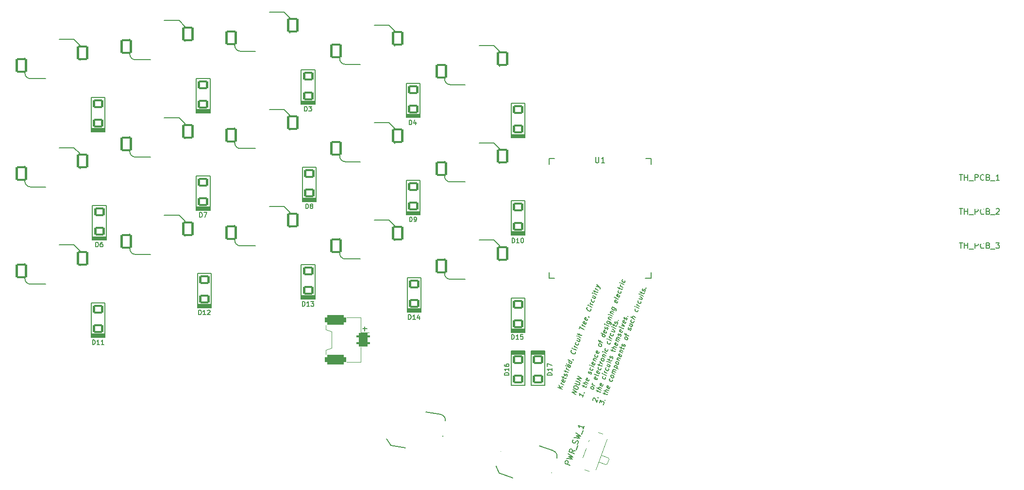
<source format=gto>
G04 #@! TF.GenerationSoftware,KiCad,Pcbnew,7.0.5*
G04 #@! TF.CreationDate,2024-01-08T16:35:04+08:00*
G04 #@! TF.ProjectId,Kretstr_d_v2,4b726574-7374-472e-9464-5f76322e6b69,rev?*
G04 #@! TF.SameCoordinates,Original*
G04 #@! TF.FileFunction,Legend,Top*
G04 #@! TF.FilePolarity,Positive*
%FSLAX46Y46*%
G04 Gerber Fmt 4.6, Leading zero omitted, Abs format (unit mm)*
G04 Created by KiCad (PCBNEW 7.0.5) date 2024-01-08 16:35:04*
%MOMM*%
%LPD*%
G01*
G04 APERTURE LIST*
G04 Aperture macros list*
%AMRoundRect*
0 Rectangle with rounded corners*
0 $1 Rounding radius*
0 $2 $3 $4 $5 $6 $7 $8 $9 X,Y pos of 4 corners*
0 Add a 4 corners polygon primitive as box body*
4,1,4,$2,$3,$4,$5,$6,$7,$8,$9,$2,$3,0*
0 Add four circle primitives for the rounded corners*
1,1,$1+$1,$2,$3*
1,1,$1+$1,$4,$5*
1,1,$1+$1,$6,$7*
1,1,$1+$1,$8,$9*
0 Add four rect primitives between the rounded corners*
20,1,$1+$1,$2,$3,$4,$5,0*
20,1,$1+$1,$4,$5,$6,$7,0*
20,1,$1+$1,$6,$7,$8,$9,0*
20,1,$1+$1,$8,$9,$2,$3,0*%
%AMFreePoly0*
4,1,22,0.686777,0.580194,0.756366,0.524698,0.794986,0.444504,0.800000,0.400000,0.800000,0.200000,0.780194,0.113223,0.741421,0.058579,0.141421,-0.541421,0.066056,-0.588777,-0.022393,-0.598742,-0.106406,-0.569345,-0.141421,-0.541421,-0.741421,0.058579,-0.788777,0.133944,-0.800000,0.200000,-0.800000,0.400000,-0.780194,0.486777,-0.724698,0.556366,-0.644504,0.594986,-0.600000,0.600000,
0.600000,0.600000,0.686777,0.580194,0.686777,0.580194,$1*%
%AMFreePoly1*
4,1,26,0.706406,1.169345,0.769345,1.106406,0.798742,1.022393,0.800000,1.000000,0.800000,-0.250000,0.780194,-0.336777,0.724698,-0.406366,0.644504,-0.444986,0.600000,-0.450000,-0.600000,-0.450000,-0.686777,-0.430194,-0.756366,-0.374698,-0.794986,-0.294504,-0.800000,-0.250000,-0.800000,1.000000,-0.780194,1.086777,-0.724698,1.156366,-0.644504,1.194986,-0.555496,1.194986,-0.475302,1.156366,
-0.458579,1.141421,0.000000,0.682842,0.458579,1.141421,0.533944,1.188777,0.622393,1.198742,0.706406,1.169345,0.706406,1.169345,$1*%
G04 Aperture macros list end*
%ADD10C,0.150000*%
%ADD11C,0.200000*%
%ADD12C,0.120000*%
%ADD13C,0.100000*%
%ADD14RoundRect,0.200000X0.700000X-0.600000X0.700000X0.600000X-0.700000X0.600000X-0.700000X-0.600000X0*%
%ADD15C,2.200000*%
%ADD16C,3.400000*%
%ADD17C,3.800000*%
%ADD18RoundRect,0.200000X-0.800000X-1.100000X0.800000X-1.100000X0.800000X1.100000X-0.800000X1.100000X0*%
%ADD19C,3.600000*%
%ADD20C,4.800000*%
%ADD21RoundRect,0.200000X0.204867X-0.606654X0.546887X0.333038X-0.204867X0.606654X-0.546887X-0.333038X0*%
%ADD22C,1.300000*%
%ADD23RoundRect,0.200000X0.585062X-0.585408X0.824477X0.072377X-0.585062X0.585408X-0.824477X-0.072377X0*%
%ADD24RoundRect,0.200000X1.127976X0.760046X-0.375532X1.307278X-1.127976X-0.760046X0.375532X-1.307278X0*%
%ADD25RoundRect,0.200000X-0.700000X0.600000X-0.700000X-0.600000X0.700000X-0.600000X0.700000X0.600000X0*%
%ADD26C,0.700000*%
%ADD27RoundRect,0.400000X-0.750000X0.200000X-0.750000X-0.200000X0.750000X-0.200000X0.750000X0.200000X0*%
%ADD28RoundRect,0.450000X-1.425000X0.400000X-1.425000X-0.400000X1.425000X-0.400000X1.425000X0.400000X0*%
%ADD29C,2.000000*%
%ADD30FreePoly0,90.000000*%
%ADD31FreePoly0,270.000000*%
%ADD32FreePoly1,270.000000*%
%ADD33FreePoly1,90.000000*%
%ADD34RoundRect,0.200000X0.978859X0.944370X-0.596833X1.222207X-0.978859X-0.944370X0.596833X-1.222207X0*%
G04 APERTURE END LIST*
D10*
X141046248Y-105996533D02*
X141808153Y-105996533D01*
X141427200Y-105615580D02*
X141427200Y-106377485D01*
X175825944Y-116594299D02*
X175108392Y-116226713D01*
X175982296Y-116164725D02*
X175455002Y-116276857D01*
X175264744Y-115797140D02*
X175518421Y-116436762D01*
X176099560Y-115842545D02*
X175621192Y-115597488D01*
X175757868Y-115667504D02*
X175702559Y-115596698D01*
X175702559Y-115596698D02*
X175681419Y-115543396D01*
X175681419Y-115543396D02*
X175673309Y-115454297D01*
X175673309Y-115454297D02*
X175699368Y-115382701D01*
X176339007Y-115073287D02*
X176347117Y-115162386D01*
X176347117Y-115162386D02*
X176295000Y-115305578D01*
X176295000Y-115305578D02*
X176234772Y-115359669D01*
X176234772Y-115359669D02*
X176153404Y-115360459D01*
X176153404Y-115360459D02*
X175880051Y-115220426D01*
X175880051Y-115220426D02*
X175824742Y-115149620D01*
X175824742Y-115149620D02*
X175816632Y-115060521D01*
X175816632Y-115060521D02*
X175868749Y-114917329D01*
X175868749Y-114917329D02*
X175928977Y-114863238D01*
X175928977Y-114863238D02*
X176010345Y-114862448D01*
X176010345Y-114862448D02*
X176078683Y-114897456D01*
X176078683Y-114897456D02*
X176016728Y-115290443D01*
X175986013Y-114595149D02*
X176090248Y-114308767D01*
X175785917Y-114365227D02*
X176400962Y-114680301D01*
X176400962Y-114680301D02*
X176482329Y-114679511D01*
X176482329Y-114679511D02*
X176542557Y-114625419D01*
X176542557Y-114625419D02*
X176568616Y-114553824D01*
X176612623Y-114321533D02*
X176672851Y-114267441D01*
X176672851Y-114267441D02*
X176724968Y-114124250D01*
X176724968Y-114124250D02*
X176716857Y-114035150D01*
X176716857Y-114035150D02*
X176661548Y-113964344D01*
X176661548Y-113964344D02*
X176627379Y-113946840D01*
X176627379Y-113946840D02*
X176546012Y-113947630D01*
X176546012Y-113947630D02*
X176485784Y-114001721D01*
X176485784Y-114001721D02*
X176446696Y-114109115D01*
X176446696Y-114109115D02*
X176386468Y-114163206D01*
X176386468Y-114163206D02*
X176305100Y-114163996D01*
X176305100Y-114163996D02*
X176270931Y-114146492D01*
X176270931Y-114146492D02*
X176215622Y-114075686D01*
X176215622Y-114075686D02*
X176207512Y-113986586D01*
X176207512Y-113986586D02*
X176246600Y-113879193D01*
X176246600Y-113879193D02*
X176306828Y-113825101D01*
X176363864Y-113557013D02*
X176468099Y-113270630D01*
X176163768Y-113327091D02*
X176778813Y-113642164D01*
X176778813Y-113642164D02*
X176860180Y-113641374D01*
X176860180Y-113641374D02*
X176920408Y-113587283D01*
X176920408Y-113587283D02*
X176946467Y-113515687D01*
X177037672Y-113265102D02*
X176559304Y-113020045D01*
X176695981Y-113090062D02*
X176640672Y-113019256D01*
X176640672Y-113019256D02*
X176619532Y-112965954D01*
X176619532Y-112965954D02*
X176611421Y-112876854D01*
X176611421Y-112876854D02*
X176637480Y-112805258D01*
X177324317Y-112477550D02*
X176948457Y-112285006D01*
X176948457Y-112285006D02*
X176867089Y-112285795D01*
X176867089Y-112285795D02*
X176806861Y-112339887D01*
X176806861Y-112339887D02*
X176754744Y-112483078D01*
X176754744Y-112483078D02*
X176762855Y-112572178D01*
X177290148Y-112460046D02*
X177298259Y-112549146D01*
X177298259Y-112549146D02*
X177233112Y-112728135D01*
X177233112Y-112728135D02*
X177172884Y-112782227D01*
X177172884Y-112782227D02*
X177091517Y-112783016D01*
X177091517Y-112783016D02*
X177023178Y-112748008D01*
X177023178Y-112748008D02*
X176967869Y-112677202D01*
X176967869Y-112677202D02*
X176959759Y-112588103D01*
X176959759Y-112588103D02*
X177024906Y-112409114D01*
X177024906Y-112409114D02*
X177016795Y-112320014D01*
X176489501Y-112432145D02*
X176536700Y-112413852D01*
X176536700Y-112413852D02*
X176557840Y-112467153D01*
X176557840Y-112467153D02*
X176510641Y-112485447D01*
X176510641Y-112485447D02*
X176489501Y-112432145D01*
X176489501Y-112432145D02*
X176557840Y-112467153D01*
X176593736Y-112145763D02*
X176640935Y-112127469D01*
X176640935Y-112127469D02*
X176662074Y-112180771D01*
X176662074Y-112180771D02*
X176614876Y-112199065D01*
X176614876Y-112199065D02*
X176593736Y-112145763D01*
X176593736Y-112145763D02*
X176662074Y-112180771D01*
X177571875Y-111797391D02*
X176854323Y-111429806D01*
X177537706Y-111779887D02*
X177545816Y-111868987D01*
X177545816Y-111868987D02*
X177493699Y-112012178D01*
X177493699Y-112012178D02*
X177433471Y-112066270D01*
X177433471Y-112066270D02*
X177386273Y-112084564D01*
X177386273Y-112084564D02*
X177304905Y-112085353D01*
X177304905Y-112085353D02*
X177099890Y-111980329D01*
X177099890Y-111980329D02*
X177044581Y-111909523D01*
X177044581Y-111909523D02*
X177023441Y-111856221D01*
X177023441Y-111856221D02*
X177015331Y-111767121D01*
X177015331Y-111767121D02*
X177067448Y-111623930D01*
X177067448Y-111623930D02*
X177127676Y-111569839D01*
X177681029Y-111386111D02*
X177715198Y-111403615D01*
X177715198Y-111403615D02*
X177770507Y-111474421D01*
X177770507Y-111474421D02*
X177791647Y-111527723D01*
X178128945Y-110044088D02*
X178150085Y-110097390D01*
X178150085Y-110097390D02*
X178145166Y-110222287D01*
X178145166Y-110222287D02*
X178119107Y-110293883D01*
X178119107Y-110293883D02*
X178045850Y-110383772D01*
X178045850Y-110383772D02*
X177951453Y-110420360D01*
X177951453Y-110420360D02*
X177870086Y-110421150D01*
X177870086Y-110421150D02*
X177720380Y-110386931D01*
X177720380Y-110386931D02*
X177617872Y-110334419D01*
X177617872Y-110334419D02*
X177494225Y-110228605D01*
X177494225Y-110228605D02*
X177438916Y-110157799D01*
X177438916Y-110157799D02*
X177396636Y-110051195D01*
X177396636Y-110051195D02*
X177401555Y-109926298D01*
X177401555Y-109926298D02*
X177427614Y-109854702D01*
X177427614Y-109854702D02*
X177500871Y-109764813D01*
X177500871Y-109764813D02*
X177548070Y-109746519D01*
X178314547Y-109756916D02*
X177836179Y-109511859D01*
X177596995Y-109389330D02*
X177618135Y-109442632D01*
X177618135Y-109442632D02*
X177665334Y-109424339D01*
X177665334Y-109424339D02*
X177644194Y-109371037D01*
X177644194Y-109371037D02*
X177596995Y-109389330D01*
X177596995Y-109389330D02*
X177665334Y-109424339D01*
X178444841Y-109398938D02*
X177966473Y-109153881D01*
X178103149Y-109223897D02*
X178047840Y-109153091D01*
X178047840Y-109153091D02*
X178026701Y-109099790D01*
X178026701Y-109099790D02*
X178018590Y-109010690D01*
X178018590Y-109010690D02*
X178044649Y-108939094D01*
X178697317Y-108593882D02*
X178705427Y-108682982D01*
X178705427Y-108682982D02*
X178653310Y-108826173D01*
X178653310Y-108826173D02*
X178593082Y-108880265D01*
X178593082Y-108880265D02*
X178545884Y-108898558D01*
X178545884Y-108898558D02*
X178464516Y-108899348D01*
X178464516Y-108899348D02*
X178259501Y-108794324D01*
X178259501Y-108794324D02*
X178204192Y-108723518D01*
X178204192Y-108723518D02*
X178183053Y-108670216D01*
X178183053Y-108670216D02*
X178174942Y-108581116D01*
X178174942Y-108581116D02*
X178227059Y-108437925D01*
X178227059Y-108437925D02*
X178287287Y-108383833D01*
X178487646Y-107721969D02*
X178966014Y-107967026D01*
X178370382Y-108044149D02*
X178746243Y-108236694D01*
X178746243Y-108236694D02*
X178827610Y-108235904D01*
X178827610Y-108235904D02*
X178887838Y-108181813D01*
X178887838Y-108181813D02*
X178926926Y-108074419D01*
X178926926Y-108074419D02*
X178918816Y-107985320D01*
X178918816Y-107985320D02*
X178897676Y-107932018D01*
X179096308Y-107609047D02*
X178617940Y-107363990D01*
X178378756Y-107241462D02*
X178399895Y-107294764D01*
X178399895Y-107294764D02*
X178447094Y-107276470D01*
X178447094Y-107276470D02*
X178425954Y-107223168D01*
X178425954Y-107223168D02*
X178378756Y-107241462D01*
X178378756Y-107241462D02*
X178447094Y-107276470D01*
X178709145Y-107113406D02*
X178813380Y-106827023D01*
X178509049Y-106883484D02*
X179124094Y-107198557D01*
X179124094Y-107198557D02*
X179205461Y-107197768D01*
X179205461Y-107197768D02*
X179265689Y-107143676D01*
X179265689Y-107143676D02*
X179291748Y-107072080D01*
X178834782Y-105988538D02*
X178991135Y-105558965D01*
X179630511Y-106141337D02*
X178912959Y-105773752D01*
X179799892Y-105675965D02*
X179321524Y-105430908D01*
X179458201Y-105500924D02*
X179402892Y-105430119D01*
X179402892Y-105430119D02*
X179381752Y-105376817D01*
X179381752Y-105376817D02*
X179373641Y-105287717D01*
X179373641Y-105287717D02*
X179399700Y-105216121D01*
X180039339Y-104906707D02*
X180047449Y-104995807D01*
X180047449Y-104995807D02*
X179995332Y-105138998D01*
X179995332Y-105138998D02*
X179935104Y-105193090D01*
X179935104Y-105193090D02*
X179853737Y-105193879D01*
X179853737Y-105193879D02*
X179580383Y-105053847D01*
X179580383Y-105053847D02*
X179525075Y-104983041D01*
X179525075Y-104983041D02*
X179516964Y-104893941D01*
X179516964Y-104893941D02*
X179569081Y-104750750D01*
X179569081Y-104750750D02*
X179629309Y-104696658D01*
X179629309Y-104696658D02*
X179710677Y-104695869D01*
X179710677Y-104695869D02*
X179779015Y-104730877D01*
X179779015Y-104730877D02*
X179717060Y-105123863D01*
X180273867Y-104262347D02*
X180281977Y-104351446D01*
X180281977Y-104351446D02*
X180229860Y-104494638D01*
X180229860Y-104494638D02*
X180169632Y-104548729D01*
X180169632Y-104548729D02*
X180088265Y-104549519D01*
X180088265Y-104549519D02*
X179814911Y-104409486D01*
X179814911Y-104409486D02*
X179759603Y-104338680D01*
X179759603Y-104338680D02*
X179751492Y-104249581D01*
X179751492Y-104249581D02*
X179803609Y-104106389D01*
X179803609Y-104106389D02*
X179863837Y-104052298D01*
X179863837Y-104052298D02*
X179945205Y-104051508D01*
X179945205Y-104051508D02*
X180013543Y-104086516D01*
X180013543Y-104086516D02*
X179951588Y-104479503D01*
X180417190Y-103868571D02*
X180451359Y-103886075D01*
X180451359Y-103886075D02*
X180506668Y-103956881D01*
X180506668Y-103956881D02*
X180527808Y-104010183D01*
X180865106Y-102526548D02*
X180886246Y-102579850D01*
X180886246Y-102579850D02*
X180881327Y-102704747D01*
X180881327Y-102704747D02*
X180855268Y-102776343D01*
X180855268Y-102776343D02*
X180782011Y-102866232D01*
X180782011Y-102866232D02*
X180687614Y-102902820D01*
X180687614Y-102902820D02*
X180606246Y-102903610D01*
X180606246Y-102903610D02*
X180456541Y-102869391D01*
X180456541Y-102869391D02*
X180354033Y-102816879D01*
X180354033Y-102816879D02*
X180230386Y-102711065D01*
X180230386Y-102711065D02*
X180175077Y-102640259D01*
X180175077Y-102640259D02*
X180132797Y-102533655D01*
X180132797Y-102533655D02*
X180137716Y-102408758D01*
X180137716Y-102408758D02*
X180163775Y-102337162D01*
X180163775Y-102337162D02*
X180237032Y-102247273D01*
X180237032Y-102247273D02*
X180284230Y-102228979D01*
X181050708Y-102239376D02*
X180572340Y-101994319D01*
X180333156Y-101871790D02*
X180354296Y-101925092D01*
X180354296Y-101925092D02*
X180401495Y-101906799D01*
X180401495Y-101906799D02*
X180380355Y-101853497D01*
X180380355Y-101853497D02*
X180333156Y-101871790D01*
X180333156Y-101871790D02*
X180401495Y-101906799D01*
X181181002Y-101881398D02*
X180702634Y-101636341D01*
X180839310Y-101706357D02*
X180784001Y-101635551D01*
X180784001Y-101635551D02*
X180762861Y-101582250D01*
X180762861Y-101582250D02*
X180754751Y-101493150D01*
X180754751Y-101493150D02*
X180780810Y-101421554D01*
X181433478Y-101076342D02*
X181441588Y-101165442D01*
X181441588Y-101165442D02*
X181389471Y-101308633D01*
X181389471Y-101308633D02*
X181329243Y-101362725D01*
X181329243Y-101362725D02*
X181282045Y-101381018D01*
X181282045Y-101381018D02*
X181200677Y-101381808D01*
X181200677Y-101381808D02*
X180995662Y-101276784D01*
X180995662Y-101276784D02*
X180940353Y-101205978D01*
X180940353Y-101205978D02*
X180919213Y-101152676D01*
X180919213Y-101152676D02*
X180911103Y-101063576D01*
X180911103Y-101063576D02*
X180963220Y-100920385D01*
X180963220Y-100920385D02*
X181023448Y-100866293D01*
X181223807Y-100204429D02*
X181702175Y-100449486D01*
X181106543Y-100526609D02*
X181482403Y-100719154D01*
X181482403Y-100719154D02*
X181563771Y-100718364D01*
X181563771Y-100718364D02*
X181623999Y-100664273D01*
X181623999Y-100664273D02*
X181663087Y-100556879D01*
X181663087Y-100556879D02*
X181654976Y-100467780D01*
X181654976Y-100467780D02*
X181633837Y-100414478D01*
X181832469Y-100091507D02*
X181354100Y-99846450D01*
X181114916Y-99723922D02*
X181136056Y-99777224D01*
X181136056Y-99777224D02*
X181183255Y-99758930D01*
X181183255Y-99758930D02*
X181162115Y-99705628D01*
X181162115Y-99705628D02*
X181114916Y-99723922D01*
X181114916Y-99723922D02*
X181183255Y-99758930D01*
X181445306Y-99595866D02*
X181549540Y-99309483D01*
X181245210Y-99365944D02*
X181860254Y-99681017D01*
X181860254Y-99681017D02*
X181941622Y-99680228D01*
X181941622Y-99680228D02*
X182001850Y-99626136D01*
X182001850Y-99626136D02*
X182027908Y-99554540D01*
X182119114Y-99303956D02*
X181640746Y-99058899D01*
X181777422Y-99128915D02*
X181722113Y-99058109D01*
X181722113Y-99058109D02*
X181700974Y-99004807D01*
X181700974Y-99004807D02*
X181692863Y-98915707D01*
X181692863Y-98915707D02*
X181718922Y-98844112D01*
X181784069Y-98665123D02*
X182327583Y-98731191D01*
X181914362Y-98307145D02*
X182327583Y-98731191D01*
X182327583Y-98731191D02*
X182472370Y-98890307D01*
X182472370Y-98890307D02*
X182493510Y-98943608D01*
X182493510Y-98943608D02*
X182501621Y-99032708D01*
X178246592Y-117475343D02*
X177529040Y-117107757D01*
X177529040Y-117107757D02*
X178402944Y-117045769D01*
X178402944Y-117045769D02*
X177685392Y-116678184D01*
X177867802Y-116177014D02*
X177919920Y-116033823D01*
X177919920Y-116033823D02*
X177980147Y-115979732D01*
X177980147Y-115979732D02*
X178074544Y-115943144D01*
X178074544Y-115943144D02*
X178224250Y-115977363D01*
X178224250Y-115977363D02*
X178463434Y-116099891D01*
X178463434Y-116099891D02*
X178587082Y-116205705D01*
X178587082Y-116205705D02*
X178629361Y-116312309D01*
X178629361Y-116312309D02*
X178637472Y-116401409D01*
X178637472Y-116401409D02*
X178585354Y-116544600D01*
X178585354Y-116544600D02*
X178525127Y-116598691D01*
X178525127Y-116598691D02*
X178430730Y-116635279D01*
X178430730Y-116635279D02*
X178281024Y-116601060D01*
X178281024Y-116601060D02*
X178041840Y-116478532D01*
X178041840Y-116478532D02*
X177918192Y-116372718D01*
X177918192Y-116372718D02*
X177875913Y-116266114D01*
X177875913Y-116266114D02*
X177867802Y-116177014D01*
X178102330Y-115532654D02*
X178683206Y-115830223D01*
X178683206Y-115830223D02*
X178764573Y-115829433D01*
X178764573Y-115829433D02*
X178811772Y-115811140D01*
X178811772Y-115811140D02*
X178872000Y-115757048D01*
X178872000Y-115757048D02*
X178924117Y-115613857D01*
X178924117Y-115613857D02*
X178916007Y-115524757D01*
X178916007Y-115524757D02*
X178894867Y-115471455D01*
X178894867Y-115471455D02*
X178839558Y-115400649D01*
X178839558Y-115400649D02*
X178258682Y-115103080D01*
X179106528Y-115112688D02*
X178388976Y-114745102D01*
X178388976Y-114745102D02*
X179262880Y-114683114D01*
X179262880Y-114683114D02*
X178545328Y-114315529D01*
X179600238Y-117522089D02*
X179443886Y-117951663D01*
X179522062Y-117736876D02*
X178804510Y-117369290D01*
X178804510Y-117369290D02*
X178880959Y-117493398D01*
X178880959Y-117493398D02*
X178923239Y-117600002D01*
X178923239Y-117600002D02*
X178931349Y-117689102D01*
X179649164Y-117164900D02*
X179696363Y-117146606D01*
X179696363Y-117146606D02*
X179717502Y-117199908D01*
X179717502Y-117199908D02*
X179670304Y-117218202D01*
X179670304Y-117218202D02*
X179649164Y-117164900D01*
X179649164Y-117164900D02*
X179717502Y-117199908D01*
X179538809Y-116131502D02*
X179643044Y-115845119D01*
X179338713Y-115901580D02*
X179953758Y-116216653D01*
X179953758Y-116216653D02*
X180035125Y-116215863D01*
X180035125Y-116215863D02*
X180095353Y-116161772D01*
X180095353Y-116161772D02*
X180121412Y-116090176D01*
X180212617Y-115839591D02*
X179495065Y-115472006D01*
X180329881Y-115517411D02*
X179954021Y-115324866D01*
X179954021Y-115324866D02*
X179872653Y-115325656D01*
X179872653Y-115325656D02*
X179812425Y-115379748D01*
X179812425Y-115379748D02*
X179773337Y-115487141D01*
X179773337Y-115487141D02*
X179781448Y-115576241D01*
X179781448Y-115576241D02*
X179802588Y-115629543D01*
X180530240Y-114855546D02*
X180538351Y-114944646D01*
X180538351Y-114944646D02*
X180486234Y-115087837D01*
X180486234Y-115087837D02*
X180426006Y-115141928D01*
X180426006Y-115141928D02*
X180344638Y-115142718D01*
X180344638Y-115142718D02*
X180071285Y-115002686D01*
X180071285Y-115002686D02*
X180015976Y-114931880D01*
X180015976Y-114931880D02*
X180007866Y-114842780D01*
X180007866Y-114842780D02*
X180059983Y-114699589D01*
X180059983Y-114699589D02*
X180120211Y-114645497D01*
X180120211Y-114645497D02*
X180201578Y-114644707D01*
X180201578Y-114644707D02*
X180269917Y-114679716D01*
X180269917Y-114679716D02*
X180207962Y-115072702D01*
X180855974Y-113960601D02*
X180916202Y-113906509D01*
X180916202Y-113906509D02*
X180968319Y-113763318D01*
X180968319Y-113763318D02*
X180960209Y-113674218D01*
X180960209Y-113674218D02*
X180904900Y-113603412D01*
X180904900Y-113603412D02*
X180870731Y-113585908D01*
X180870731Y-113585908D02*
X180789363Y-113586698D01*
X180789363Y-113586698D02*
X180729135Y-113640789D01*
X180729135Y-113640789D02*
X180690047Y-113748183D01*
X180690047Y-113748183D02*
X180629819Y-113802274D01*
X180629819Y-113802274D02*
X180548452Y-113803064D01*
X180548452Y-113803064D02*
X180514282Y-113785560D01*
X180514282Y-113785560D02*
X180458973Y-113714754D01*
X180458973Y-113714754D02*
X180450863Y-113625654D01*
X180450863Y-113625654D02*
X180489951Y-113518261D01*
X180489951Y-113518261D02*
X180550179Y-113464169D01*
X181207766Y-112994060D02*
X181215877Y-113083159D01*
X181215877Y-113083159D02*
X181163759Y-113226351D01*
X181163759Y-113226351D02*
X181103531Y-113280442D01*
X181103531Y-113280442D02*
X181056333Y-113298736D01*
X181056333Y-113298736D02*
X180974965Y-113299526D01*
X180974965Y-113299526D02*
X180769950Y-113194501D01*
X180769950Y-113194501D02*
X180714641Y-113123695D01*
X180714641Y-113123695D02*
X180693502Y-113070393D01*
X180693502Y-113070393D02*
X180685391Y-112981294D01*
X180685391Y-112981294D02*
X180737508Y-112838102D01*
X180737508Y-112838102D02*
X180797736Y-112784011D01*
X181359199Y-112689384D02*
X180880831Y-112444327D01*
X180641647Y-112321798D02*
X180662787Y-112375100D01*
X180662787Y-112375100D02*
X180709985Y-112356806D01*
X180709985Y-112356806D02*
X180688846Y-112303505D01*
X180688846Y-112303505D02*
X180641647Y-112321798D01*
X180641647Y-112321798D02*
X180709985Y-112356806D01*
X181559558Y-112027519D02*
X181567668Y-112116619D01*
X181567668Y-112116619D02*
X181515551Y-112259810D01*
X181515551Y-112259810D02*
X181455323Y-112313902D01*
X181455323Y-112313902D02*
X181373956Y-112314692D01*
X181373956Y-112314692D02*
X181100602Y-112174659D01*
X181100602Y-112174659D02*
X181045293Y-112103853D01*
X181045293Y-112103853D02*
X181037183Y-112014753D01*
X181037183Y-112014753D02*
X181089300Y-111871562D01*
X181089300Y-111871562D02*
X181149528Y-111817471D01*
X181149528Y-111817471D02*
X181230896Y-111816681D01*
X181230896Y-111816681D02*
X181299234Y-111851689D01*
X181299234Y-111851689D02*
X181237279Y-112244675D01*
X181245652Y-111441989D02*
X181724020Y-111687046D01*
X181313991Y-111476997D02*
X181292851Y-111423695D01*
X181292851Y-111423695D02*
X181284740Y-111334595D01*
X181284740Y-111334595D02*
X181323828Y-111227202D01*
X181323828Y-111227202D02*
X181384056Y-111173110D01*
X181384056Y-111173110D02*
X181465424Y-111172320D01*
X181465424Y-111172320D02*
X181841284Y-111364865D01*
X182054673Y-110667202D02*
X182062783Y-110756302D01*
X182062783Y-110756302D02*
X182010666Y-110899493D01*
X182010666Y-110899493D02*
X181950438Y-110953585D01*
X181950438Y-110953585D02*
X181903240Y-110971878D01*
X181903240Y-110971878D02*
X181821872Y-110972668D01*
X181821872Y-110972668D02*
X181616857Y-110867644D01*
X181616857Y-110867644D02*
X181561548Y-110796838D01*
X181561548Y-110796838D02*
X181540408Y-110743536D01*
X181540408Y-110743536D02*
X181532298Y-110654436D01*
X181532298Y-110654436D02*
X181584415Y-110511245D01*
X181584415Y-110511245D02*
X181644643Y-110457153D01*
X182276172Y-110058640D02*
X182284282Y-110147739D01*
X182284282Y-110147739D02*
X182232165Y-110290931D01*
X182232165Y-110290931D02*
X182171937Y-110345022D01*
X182171937Y-110345022D02*
X182090569Y-110345812D01*
X182090569Y-110345812D02*
X181817216Y-110205779D01*
X181817216Y-110205779D02*
X181761907Y-110134973D01*
X181761907Y-110134973D02*
X181753797Y-110045874D01*
X181753797Y-110045874D02*
X181805914Y-109902682D01*
X181805914Y-109902682D02*
X181866142Y-109848591D01*
X181866142Y-109848591D02*
X181947509Y-109847801D01*
X181947509Y-109847801D02*
X182015848Y-109882809D01*
X182015848Y-109882809D02*
X181953893Y-110275796D01*
X182688192Y-109038007D02*
X182627964Y-109092099D01*
X182627964Y-109092099D02*
X182580765Y-109110393D01*
X182580765Y-109110393D02*
X182499398Y-109111182D01*
X182499398Y-109111182D02*
X182294383Y-109006158D01*
X182294383Y-109006158D02*
X182239074Y-108935352D01*
X182239074Y-108935352D02*
X182217934Y-108882050D01*
X182217934Y-108882050D02*
X182209823Y-108792950D01*
X182209823Y-108792950D02*
X182248911Y-108685557D01*
X182248911Y-108685557D02*
X182309139Y-108631465D01*
X182309139Y-108631465D02*
X182356338Y-108613172D01*
X182356338Y-108613172D02*
X182437705Y-108612382D01*
X182437705Y-108612382D02*
X182642720Y-108717406D01*
X182642720Y-108717406D02*
X182698029Y-108788212D01*
X182698029Y-108788212D02*
X182719169Y-108841514D01*
X182719169Y-108841514D02*
X182727280Y-108930614D01*
X182727280Y-108930614D02*
X182688192Y-109038007D01*
X182379205Y-108327578D02*
X182483440Y-108041196D01*
X182896661Y-108465242D02*
X182281616Y-108150169D01*
X182281616Y-108150169D02*
X182226307Y-108079363D01*
X182226307Y-108079363D02*
X182218197Y-107990263D01*
X182218197Y-107990263D02*
X182244256Y-107918667D01*
X183378747Y-107140722D02*
X182661195Y-106773137D01*
X183344578Y-107123218D02*
X183352688Y-107212318D01*
X183352688Y-107212318D02*
X183300571Y-107355509D01*
X183300571Y-107355509D02*
X183240343Y-107409601D01*
X183240343Y-107409601D02*
X183193144Y-107427894D01*
X183193144Y-107427894D02*
X183111777Y-107428684D01*
X183111777Y-107428684D02*
X182906762Y-107323660D01*
X182906762Y-107323660D02*
X182851453Y-107252854D01*
X182851453Y-107252854D02*
X182830313Y-107199552D01*
X182830313Y-107199552D02*
X182822203Y-107110452D01*
X182822203Y-107110452D02*
X182874320Y-106967261D01*
X182874320Y-106967261D02*
X182934548Y-106913169D01*
X183579106Y-106478857D02*
X183587216Y-106567957D01*
X183587216Y-106567957D02*
X183535099Y-106711148D01*
X183535099Y-106711148D02*
X183474871Y-106765240D01*
X183474871Y-106765240D02*
X183393504Y-106766029D01*
X183393504Y-106766029D02*
X183120150Y-106625997D01*
X183120150Y-106625997D02*
X183064841Y-106555191D01*
X183064841Y-106555191D02*
X183056731Y-106466091D01*
X183056731Y-106466091D02*
X183108848Y-106322900D01*
X183108848Y-106322900D02*
X183169076Y-106268808D01*
X183169076Y-106268808D02*
X183250444Y-106268019D01*
X183250444Y-106268019D02*
X183318782Y-106303027D01*
X183318782Y-106303027D02*
X183256827Y-106696013D01*
X183696370Y-106156677D02*
X183756598Y-106102586D01*
X183756598Y-106102586D02*
X183808715Y-105959394D01*
X183808715Y-105959394D02*
X183800605Y-105870295D01*
X183800605Y-105870295D02*
X183745296Y-105799489D01*
X183745296Y-105799489D02*
X183711126Y-105781985D01*
X183711126Y-105781985D02*
X183629759Y-105782774D01*
X183629759Y-105782774D02*
X183569531Y-105836866D01*
X183569531Y-105836866D02*
X183530443Y-105944259D01*
X183530443Y-105944259D02*
X183470215Y-105998351D01*
X183470215Y-105998351D02*
X183388847Y-105999140D01*
X183388847Y-105999140D02*
X183354678Y-105981636D01*
X183354678Y-105981636D02*
X183299369Y-105910830D01*
X183299369Y-105910830D02*
X183291259Y-105821731D01*
X183291259Y-105821731D02*
X183330347Y-105714337D01*
X183330347Y-105714337D02*
X183390575Y-105660246D01*
X183965067Y-105529821D02*
X183486699Y-105284764D01*
X183247515Y-105162235D02*
X183268655Y-105215537D01*
X183268655Y-105215537D02*
X183315853Y-105197243D01*
X183315853Y-105197243D02*
X183294713Y-105143941D01*
X183294713Y-105143941D02*
X183247515Y-105162235D01*
X183247515Y-105162235D02*
X183315853Y-105197243D01*
X183734256Y-104604606D02*
X184315132Y-104902175D01*
X184315132Y-104902175D02*
X184370441Y-104972981D01*
X184370441Y-104972981D02*
X184391581Y-105026282D01*
X184391581Y-105026282D02*
X184399691Y-105115382D01*
X184399691Y-105115382D02*
X184360603Y-105222776D01*
X184360603Y-105222776D02*
X184300375Y-105276867D01*
X184178455Y-104832158D02*
X184186566Y-104921258D01*
X184186566Y-104921258D02*
X184134448Y-105064449D01*
X184134448Y-105064449D02*
X184074220Y-105118541D01*
X184074220Y-105118541D02*
X184027022Y-105136835D01*
X184027022Y-105136835D02*
X183945654Y-105137624D01*
X183945654Y-105137624D02*
X183740639Y-105032600D01*
X183740639Y-105032600D02*
X183685331Y-104961794D01*
X183685331Y-104961794D02*
X183664191Y-104908492D01*
X183664191Y-104908492D02*
X183656080Y-104819392D01*
X183656080Y-104819392D02*
X183708198Y-104676201D01*
X183708198Y-104676201D02*
X183768425Y-104622110D01*
X183864550Y-104246627D02*
X184342918Y-104491684D01*
X183932888Y-104281635D02*
X183911748Y-104228333D01*
X183911748Y-104228333D02*
X183903638Y-104139233D01*
X183903638Y-104139233D02*
X183942726Y-104031840D01*
X183942726Y-104031840D02*
X184002954Y-103977748D01*
X184002954Y-103977748D02*
X184084321Y-103976959D01*
X184084321Y-103976959D02*
X184460182Y-104169504D01*
X184590475Y-103811525D02*
X184112107Y-103566468D01*
X183872923Y-103443940D02*
X183894063Y-103497241D01*
X183894063Y-103497241D02*
X183941262Y-103478948D01*
X183941262Y-103478948D02*
X183920122Y-103425646D01*
X183920122Y-103425646D02*
X183872923Y-103443940D01*
X183872923Y-103443940D02*
X183941262Y-103478948D01*
X184242401Y-103208490D02*
X184720769Y-103453547D01*
X184310739Y-103243498D02*
X184289599Y-103190196D01*
X184289599Y-103190196D02*
X184281489Y-103101097D01*
X184281489Y-103101097D02*
X184320577Y-102993703D01*
X184320577Y-102993703D02*
X184380805Y-102939612D01*
X184380805Y-102939612D02*
X184462172Y-102938822D01*
X184462172Y-102938822D02*
X184838033Y-103131367D01*
X184607222Y-102206151D02*
X185188098Y-102503720D01*
X185188098Y-102503720D02*
X185243407Y-102574526D01*
X185243407Y-102574526D02*
X185264547Y-102627828D01*
X185264547Y-102627828D02*
X185272657Y-102716928D01*
X185272657Y-102716928D02*
X185233569Y-102824321D01*
X185233569Y-102824321D02*
X185173341Y-102878413D01*
X185051421Y-102433704D02*
X185059532Y-102522804D01*
X185059532Y-102522804D02*
X185007414Y-102665995D01*
X185007414Y-102665995D02*
X184947187Y-102720086D01*
X184947187Y-102720086D02*
X184899988Y-102738380D01*
X184899988Y-102738380D02*
X184818620Y-102739170D01*
X184818620Y-102739170D02*
X184613606Y-102634145D01*
X184613606Y-102634145D02*
X184558297Y-102563339D01*
X184558297Y-102563339D02*
X184537157Y-102510038D01*
X184537157Y-102510038D02*
X184529046Y-102420938D01*
X184529046Y-102420938D02*
X184581164Y-102277747D01*
X184581164Y-102277747D02*
X184641391Y-102223655D01*
X185494419Y-101216578D02*
X185502529Y-101305677D01*
X185502529Y-101305677D02*
X185450412Y-101448868D01*
X185450412Y-101448868D02*
X185390184Y-101502960D01*
X185390184Y-101502960D02*
X185308817Y-101503750D01*
X185308817Y-101503750D02*
X185035463Y-101363717D01*
X185035463Y-101363717D02*
X184980155Y-101292911D01*
X184980155Y-101292911D02*
X184972044Y-101203812D01*
X184972044Y-101203812D02*
X185024161Y-101060620D01*
X185024161Y-101060620D02*
X185084389Y-101006529D01*
X185084389Y-101006529D02*
X185165757Y-101005739D01*
X185165757Y-101005739D02*
X185234095Y-101040747D01*
X185234095Y-101040747D02*
X185172140Y-101433733D01*
X185697969Y-100768710D02*
X185637742Y-100822802D01*
X185637742Y-100822802D02*
X185556374Y-100823592D01*
X185556374Y-100823592D02*
X184941329Y-100508518D01*
X185872270Y-100178441D02*
X185880380Y-100267541D01*
X185880380Y-100267541D02*
X185828263Y-100410732D01*
X185828263Y-100410732D02*
X185768035Y-100464823D01*
X185768035Y-100464823D02*
X185686668Y-100465613D01*
X185686668Y-100465613D02*
X185413314Y-100325580D01*
X185413314Y-100325580D02*
X185358005Y-100254775D01*
X185358005Y-100254775D02*
X185349895Y-100165675D01*
X185349895Y-100165675D02*
X185402012Y-100022484D01*
X185402012Y-100022484D02*
X185462240Y-99968392D01*
X185462240Y-99968392D02*
X185543608Y-99967602D01*
X185543608Y-99967602D02*
X185611946Y-100002610D01*
X185611946Y-100002610D02*
X185549991Y-100395597D01*
X186119827Y-99498283D02*
X186127938Y-99587382D01*
X186127938Y-99587382D02*
X186075820Y-99730574D01*
X186075820Y-99730574D02*
X186015592Y-99784665D01*
X186015592Y-99784665D02*
X185968394Y-99802959D01*
X185968394Y-99802959D02*
X185887026Y-99803749D01*
X185887026Y-99803749D02*
X185682011Y-99698724D01*
X185682011Y-99698724D02*
X185626703Y-99627918D01*
X185626703Y-99627918D02*
X185605563Y-99574616D01*
X185605563Y-99574616D02*
X185597452Y-99485517D01*
X185597452Y-99485517D02*
X185649570Y-99342325D01*
X185649570Y-99342325D02*
X185709797Y-99288234D01*
X185753804Y-99055943D02*
X185858039Y-98769561D01*
X185553708Y-98826021D02*
X186168753Y-99141094D01*
X186168753Y-99141094D02*
X186250120Y-99140305D01*
X186250120Y-99140305D02*
X186310348Y-99086213D01*
X186310348Y-99086213D02*
X186336407Y-99014618D01*
X186427612Y-98764033D02*
X185949244Y-98518976D01*
X186085921Y-98588992D02*
X186030612Y-98518186D01*
X186030612Y-98518186D02*
X186009472Y-98464884D01*
X186009472Y-98464884D02*
X186001362Y-98375785D01*
X186001362Y-98375785D02*
X186027420Y-98304189D01*
X186596994Y-98298661D02*
X186118626Y-98053604D01*
X185879442Y-97931076D02*
X185900582Y-97984378D01*
X185900582Y-97984378D02*
X185947780Y-97966084D01*
X185947780Y-97966084D02*
X185926640Y-97912782D01*
X185926640Y-97912782D02*
X185879442Y-97931076D01*
X185879442Y-97931076D02*
X185947780Y-97966084D01*
X186810382Y-97600999D02*
X186818492Y-97690099D01*
X186818492Y-97690099D02*
X186766375Y-97833290D01*
X186766375Y-97833290D02*
X186706147Y-97887382D01*
X186706147Y-97887382D02*
X186658949Y-97905675D01*
X186658949Y-97905675D02*
X186577581Y-97906465D01*
X186577581Y-97906465D02*
X186372566Y-97801441D01*
X186372566Y-97801441D02*
X186317257Y-97730635D01*
X186317257Y-97730635D02*
X186296117Y-97677333D01*
X186296117Y-97677333D02*
X186288007Y-97588233D01*
X186288007Y-97588233D02*
X186340124Y-97445042D01*
X186340124Y-97445042D02*
X186400352Y-97390950D01*
X181331736Y-116530698D02*
X181271508Y-116584789D01*
X181271508Y-116584789D02*
X181224310Y-116603083D01*
X181224310Y-116603083D02*
X181142942Y-116603873D01*
X181142942Y-116603873D02*
X180937927Y-116498848D01*
X180937927Y-116498848D02*
X180882618Y-116428042D01*
X180882618Y-116428042D02*
X180861478Y-116374741D01*
X180861478Y-116374741D02*
X180853368Y-116285641D01*
X180853368Y-116285641D02*
X180892456Y-116178247D01*
X180892456Y-116178247D02*
X180952684Y-116124156D01*
X180952684Y-116124156D02*
X180999882Y-116105862D01*
X180999882Y-116105862D02*
X181081250Y-116105072D01*
X181081250Y-116105072D02*
X181286265Y-116210097D01*
X181286265Y-116210097D02*
X181341574Y-116280903D01*
X181341574Y-116280903D02*
X181362714Y-116334205D01*
X181362714Y-116334205D02*
X181370824Y-116423304D01*
X181370824Y-116423304D02*
X181331736Y-116530698D01*
X181540206Y-115957932D02*
X181061838Y-115712875D01*
X181198514Y-115782892D02*
X181143205Y-115712086D01*
X181143205Y-115712086D02*
X181122065Y-115658784D01*
X181122065Y-115658784D02*
X181113955Y-115569684D01*
X181113955Y-115569684D02*
X181140014Y-115498088D01*
X181988122Y-114615909D02*
X181996233Y-114705009D01*
X181996233Y-114705009D02*
X181944115Y-114848200D01*
X181944115Y-114848200D02*
X181883887Y-114902292D01*
X181883887Y-114902292D02*
X181802520Y-114903081D01*
X181802520Y-114903081D02*
X181529167Y-114763049D01*
X181529167Y-114763049D02*
X181473858Y-114692243D01*
X181473858Y-114692243D02*
X181465747Y-114603143D01*
X181465747Y-114603143D02*
X181517864Y-114459952D01*
X181517864Y-114459952D02*
X181578092Y-114405860D01*
X181578092Y-114405860D02*
X181659460Y-114405071D01*
X181659460Y-114405071D02*
X181727798Y-114440079D01*
X181727798Y-114440079D02*
X181665843Y-114833065D01*
X182191673Y-114168042D02*
X182131445Y-114222133D01*
X182131445Y-114222133D02*
X182050077Y-114222923D01*
X182050077Y-114222923D02*
X181435032Y-113907850D01*
X182365973Y-113577772D02*
X182374083Y-113666872D01*
X182374083Y-113666872D02*
X182321966Y-113810063D01*
X182321966Y-113810063D02*
X182261738Y-113864155D01*
X182261738Y-113864155D02*
X182180371Y-113864944D01*
X182180371Y-113864944D02*
X181907017Y-113724912D01*
X181907017Y-113724912D02*
X181851708Y-113654106D01*
X181851708Y-113654106D02*
X181843598Y-113565006D01*
X181843598Y-113565006D02*
X181895715Y-113421815D01*
X181895715Y-113421815D02*
X181955943Y-113367724D01*
X181955943Y-113367724D02*
X182037311Y-113366934D01*
X182037311Y-113366934D02*
X182105649Y-113401942D01*
X182105649Y-113401942D02*
X182043694Y-113794928D01*
X182613530Y-112897614D02*
X182621641Y-112986714D01*
X182621641Y-112986714D02*
X182569523Y-113129905D01*
X182569523Y-113129905D02*
X182509296Y-113183997D01*
X182509296Y-113183997D02*
X182462097Y-113202290D01*
X182462097Y-113202290D02*
X182380729Y-113203080D01*
X182380729Y-113203080D02*
X182175715Y-113098056D01*
X182175715Y-113098056D02*
X182120406Y-113027250D01*
X182120406Y-113027250D02*
X182099266Y-112973948D01*
X182099266Y-112973948D02*
X182091155Y-112884848D01*
X182091155Y-112884848D02*
X182143273Y-112741657D01*
X182143273Y-112741657D02*
X182203501Y-112687565D01*
X182247507Y-112455275D02*
X182351742Y-112168892D01*
X182047411Y-112225353D02*
X182662456Y-112540426D01*
X182662456Y-112540426D02*
X182743824Y-112539636D01*
X182743824Y-112539636D02*
X182804051Y-112485545D01*
X182804051Y-112485545D02*
X182830110Y-112413949D01*
X182921315Y-112163364D02*
X182442947Y-111918307D01*
X182579624Y-111988324D02*
X182524315Y-111917518D01*
X182524315Y-111917518D02*
X182503175Y-111864216D01*
X182503175Y-111864216D02*
X182495065Y-111775116D01*
X182495065Y-111775116D02*
X182521123Y-111703520D01*
X183129785Y-111590599D02*
X183069557Y-111644691D01*
X183069557Y-111644691D02*
X183022359Y-111662985D01*
X183022359Y-111662985D02*
X182940991Y-111663774D01*
X182940991Y-111663774D02*
X182735976Y-111558750D01*
X182735976Y-111558750D02*
X182680667Y-111487944D01*
X182680667Y-111487944D02*
X182659527Y-111434642D01*
X182659527Y-111434642D02*
X182651417Y-111345542D01*
X182651417Y-111345542D02*
X182690505Y-111238149D01*
X182690505Y-111238149D02*
X182750733Y-111184057D01*
X182750733Y-111184057D02*
X182797931Y-111165764D01*
X182797931Y-111165764D02*
X182879299Y-111164974D01*
X182879299Y-111164974D02*
X183084314Y-111269998D01*
X183084314Y-111269998D02*
X183139623Y-111340804D01*
X183139623Y-111340804D02*
X183160762Y-111394106D01*
X183160762Y-111394106D02*
X183168873Y-111483206D01*
X183168873Y-111483206D02*
X183129785Y-111590599D01*
X182859886Y-110772777D02*
X183338254Y-111017834D01*
X182928225Y-110807785D02*
X182907085Y-110754483D01*
X182907085Y-110754483D02*
X182898974Y-110665383D01*
X182898974Y-110665383D02*
X182938062Y-110557990D01*
X182938062Y-110557990D02*
X182998290Y-110503898D01*
X182998290Y-110503898D02*
X183079658Y-110503109D01*
X183079658Y-110503109D02*
X183455519Y-110695653D01*
X183585812Y-110337675D02*
X183107444Y-110092618D01*
X182868260Y-109970089D02*
X182889400Y-110023391D01*
X182889400Y-110023391D02*
X182936598Y-110005098D01*
X182936598Y-110005098D02*
X182915458Y-109951796D01*
X182915458Y-109951796D02*
X182868260Y-109970089D01*
X182868260Y-109970089D02*
X182936598Y-110005098D01*
X183799200Y-109640013D02*
X183807311Y-109729112D01*
X183807311Y-109729112D02*
X183755193Y-109872304D01*
X183755193Y-109872304D02*
X183694966Y-109926395D01*
X183694966Y-109926395D02*
X183647767Y-109944689D01*
X183647767Y-109944689D02*
X183566399Y-109945479D01*
X183566399Y-109945479D02*
X183361385Y-109840454D01*
X183361385Y-109840454D02*
X183306076Y-109769648D01*
X183306076Y-109769648D02*
X183284936Y-109716346D01*
X183284936Y-109716346D02*
X183276825Y-109627247D01*
X183276825Y-109627247D02*
X183328943Y-109484055D01*
X183328943Y-109484055D02*
X183389170Y-109429964D01*
X184242198Y-108422887D02*
X184250308Y-108511987D01*
X184250308Y-108511987D02*
X184198191Y-108655178D01*
X184198191Y-108655178D02*
X184137963Y-108709270D01*
X184137963Y-108709270D02*
X184090765Y-108727563D01*
X184090765Y-108727563D02*
X184009397Y-108728353D01*
X184009397Y-108728353D02*
X183804382Y-108623329D01*
X183804382Y-108623329D02*
X183749073Y-108552523D01*
X183749073Y-108552523D02*
X183727933Y-108499221D01*
X183727933Y-108499221D02*
X183719823Y-108410121D01*
X183719823Y-108410121D02*
X183771940Y-108266930D01*
X183771940Y-108266930D02*
X183832168Y-108212838D01*
X184393631Y-108118211D02*
X183915263Y-107873154D01*
X183676079Y-107750626D02*
X183697219Y-107803928D01*
X183697219Y-107803928D02*
X183744417Y-107785634D01*
X183744417Y-107785634D02*
X183723277Y-107732332D01*
X183723277Y-107732332D02*
X183676079Y-107750626D01*
X183676079Y-107750626D02*
X183744417Y-107785634D01*
X184523924Y-107760233D02*
X184045556Y-107515176D01*
X184182233Y-107585193D02*
X184126924Y-107514387D01*
X184126924Y-107514387D02*
X184105784Y-107461085D01*
X184105784Y-107461085D02*
X184097673Y-107371985D01*
X184097673Y-107371985D02*
X184123732Y-107300390D01*
X184776400Y-106955177D02*
X184784511Y-107044277D01*
X184784511Y-107044277D02*
X184732393Y-107187468D01*
X184732393Y-107187468D02*
X184672166Y-107241560D01*
X184672166Y-107241560D02*
X184624967Y-107259854D01*
X184624967Y-107259854D02*
X184543600Y-107260643D01*
X184543600Y-107260643D02*
X184338585Y-107155619D01*
X184338585Y-107155619D02*
X184283276Y-107084813D01*
X184283276Y-107084813D02*
X184262136Y-107031511D01*
X184262136Y-107031511D02*
X184254025Y-106942411D01*
X184254025Y-106942411D02*
X184306143Y-106799220D01*
X184306143Y-106799220D02*
X184366371Y-106745129D01*
X184566729Y-106083264D02*
X185045097Y-106328321D01*
X184449465Y-106405445D02*
X184825326Y-106597989D01*
X184825326Y-106597989D02*
X184906694Y-106597200D01*
X184906694Y-106597200D02*
X184966921Y-106543108D01*
X184966921Y-106543108D02*
X185006009Y-106435715D01*
X185006009Y-106435715D02*
X184997899Y-106346615D01*
X184997899Y-106346615D02*
X184976759Y-106293313D01*
X185175391Y-105970343D02*
X184697023Y-105725286D01*
X184457839Y-105602757D02*
X184478979Y-105656059D01*
X184478979Y-105656059D02*
X184526177Y-105637765D01*
X184526177Y-105637765D02*
X184505037Y-105584463D01*
X184505037Y-105584463D02*
X184457839Y-105602757D01*
X184457839Y-105602757D02*
X184526177Y-105637765D01*
X184788228Y-105474701D02*
X184892463Y-105188319D01*
X184588132Y-105244779D02*
X185203177Y-105559853D01*
X185203177Y-105559853D02*
X185284544Y-105559063D01*
X185284544Y-105559063D02*
X185344772Y-105504971D01*
X185344772Y-105504971D02*
X185370831Y-105433376D01*
X185414838Y-105201085D02*
X185475066Y-105146993D01*
X185475066Y-105146993D02*
X185527183Y-105003802D01*
X185527183Y-105003802D02*
X185519073Y-104914702D01*
X185519073Y-104914702D02*
X185463764Y-104843896D01*
X185463764Y-104843896D02*
X185429595Y-104826392D01*
X185429595Y-104826392D02*
X185348227Y-104827182D01*
X185348227Y-104827182D02*
X185287999Y-104881273D01*
X185287999Y-104881273D02*
X185248911Y-104988667D01*
X185248911Y-104988667D02*
X185188683Y-105042758D01*
X185188683Y-105042758D02*
X185107316Y-105043548D01*
X185107316Y-105043548D02*
X185073146Y-105026044D01*
X185073146Y-105026044D02*
X185017838Y-104955238D01*
X185017838Y-104955238D02*
X185009727Y-104866138D01*
X185009727Y-104866138D02*
X185048815Y-104758745D01*
X185048815Y-104758745D02*
X185109043Y-104704653D01*
X185615197Y-104539220D02*
X185662395Y-104520926D01*
X185662395Y-104520926D02*
X185683535Y-104574228D01*
X185683535Y-104574228D02*
X185636337Y-104592522D01*
X185636337Y-104592522D02*
X185615197Y-104539220D01*
X185615197Y-104539220D02*
X185683535Y-104574228D01*
X181215320Y-118500129D02*
X181194181Y-118446827D01*
X181194181Y-118446827D02*
X181186070Y-118357728D01*
X181186070Y-118357728D02*
X181251217Y-118178739D01*
X181251217Y-118178739D02*
X181311445Y-118124647D01*
X181311445Y-118124647D02*
X181358643Y-118106353D01*
X181358643Y-118106353D02*
X181440011Y-118105564D01*
X181440011Y-118105564D02*
X181508349Y-118140572D01*
X181508349Y-118140572D02*
X181597827Y-118228882D01*
X181597827Y-118228882D02*
X181851505Y-118868504D01*
X181851505Y-118868504D02*
X182020886Y-118403133D01*
X182069812Y-118045944D02*
X182117011Y-118027650D01*
X182117011Y-118027650D02*
X182138150Y-118080952D01*
X182138150Y-118080952D02*
X182090952Y-118099246D01*
X182090952Y-118099246D02*
X182069812Y-118045944D01*
X182069812Y-118045944D02*
X182138150Y-118080952D01*
X181959457Y-117012546D02*
X182063692Y-116726163D01*
X181759361Y-116782624D02*
X182374406Y-117097697D01*
X182374406Y-117097697D02*
X182455773Y-117096907D01*
X182455773Y-117096907D02*
X182516001Y-117042816D01*
X182516001Y-117042816D02*
X182542060Y-116971220D01*
X182633265Y-116720635D02*
X181915713Y-116353050D01*
X182750529Y-116398455D02*
X182374669Y-116205910D01*
X182374669Y-116205910D02*
X182293301Y-116206700D01*
X182293301Y-116206700D02*
X182233073Y-116260792D01*
X182233073Y-116260792D02*
X182193985Y-116368185D01*
X182193985Y-116368185D02*
X182202096Y-116457285D01*
X182202096Y-116457285D02*
X182223236Y-116510587D01*
X182950888Y-115736590D02*
X182958999Y-115825690D01*
X182958999Y-115825690D02*
X182906882Y-115968881D01*
X182906882Y-115968881D02*
X182846654Y-116022972D01*
X182846654Y-116022972D02*
X182765286Y-116023762D01*
X182765286Y-116023762D02*
X182491933Y-115883730D01*
X182491933Y-115883730D02*
X182436624Y-115812924D01*
X182436624Y-115812924D02*
X182428514Y-115723824D01*
X182428514Y-115723824D02*
X182480631Y-115580633D01*
X182480631Y-115580633D02*
X182540859Y-115526541D01*
X182540859Y-115526541D02*
X182622226Y-115525751D01*
X182622226Y-115525751D02*
X182690565Y-115560760D01*
X182690565Y-115560760D02*
X182628610Y-115953746D01*
X183406915Y-114483667D02*
X183415026Y-114572766D01*
X183415026Y-114572766D02*
X183362908Y-114715957D01*
X183362908Y-114715957D02*
X183302681Y-114770049D01*
X183302681Y-114770049D02*
X183255482Y-114788343D01*
X183255482Y-114788343D02*
X183174114Y-114789132D01*
X183174114Y-114789132D02*
X182969100Y-114684108D01*
X182969100Y-114684108D02*
X182913791Y-114613302D01*
X182913791Y-114613302D02*
X182892651Y-114560000D01*
X182892651Y-114560000D02*
X182884540Y-114470901D01*
X182884540Y-114470901D02*
X182936658Y-114327709D01*
X182936658Y-114327709D02*
X182996886Y-114273618D01*
X183558348Y-114178991D02*
X183079980Y-113933934D01*
X182840796Y-113811405D02*
X182861936Y-113864707D01*
X182861936Y-113864707D02*
X182909135Y-113846413D01*
X182909135Y-113846413D02*
X182887995Y-113793111D01*
X182887995Y-113793111D02*
X182840796Y-113811405D01*
X182840796Y-113811405D02*
X182909135Y-113846413D01*
X183688642Y-113821013D02*
X183210274Y-113575956D01*
X183346950Y-113645972D02*
X183291641Y-113575166D01*
X183291641Y-113575166D02*
X183270501Y-113521864D01*
X183270501Y-113521864D02*
X183262391Y-113432765D01*
X183262391Y-113432765D02*
X183288450Y-113361169D01*
X183941118Y-113015957D02*
X183949228Y-113105057D01*
X183949228Y-113105057D02*
X183897111Y-113248248D01*
X183897111Y-113248248D02*
X183836883Y-113302339D01*
X183836883Y-113302339D02*
X183789685Y-113320633D01*
X183789685Y-113320633D02*
X183708317Y-113321423D01*
X183708317Y-113321423D02*
X183503302Y-113216398D01*
X183503302Y-113216398D02*
X183447993Y-113145592D01*
X183447993Y-113145592D02*
X183426853Y-113092291D01*
X183426853Y-113092291D02*
X183418743Y-113003191D01*
X183418743Y-113003191D02*
X183470860Y-112860000D01*
X183470860Y-112860000D02*
X183531088Y-112805908D01*
X183731447Y-112144044D02*
X184209815Y-112389101D01*
X183614183Y-112466224D02*
X183990044Y-112658769D01*
X183990044Y-112658769D02*
X184071411Y-112657979D01*
X184071411Y-112657979D02*
X184131639Y-112603887D01*
X184131639Y-112603887D02*
X184170727Y-112496494D01*
X184170727Y-112496494D02*
X184162617Y-112407394D01*
X184162617Y-112407394D02*
X184141477Y-112354092D01*
X184340109Y-112031122D02*
X183861741Y-111786065D01*
X183622557Y-111663537D02*
X183643696Y-111716838D01*
X183643696Y-111716838D02*
X183690895Y-111698545D01*
X183690895Y-111698545D02*
X183669755Y-111645243D01*
X183669755Y-111645243D02*
X183622557Y-111663537D01*
X183622557Y-111663537D02*
X183690895Y-111698545D01*
X183952946Y-111535481D02*
X184057181Y-111249098D01*
X183752850Y-111305559D02*
X184367894Y-111620632D01*
X184367894Y-111620632D02*
X184449262Y-111619842D01*
X184449262Y-111619842D02*
X184509490Y-111565751D01*
X184509490Y-111565751D02*
X184535549Y-111494155D01*
X184579556Y-111261864D02*
X184639783Y-111207772D01*
X184639783Y-111207772D02*
X184691901Y-111064581D01*
X184691901Y-111064581D02*
X184683790Y-110975481D01*
X184683790Y-110975481D02*
X184628481Y-110904676D01*
X184628481Y-110904676D02*
X184594312Y-110887171D01*
X184594312Y-110887171D02*
X184512944Y-110887961D01*
X184512944Y-110887961D02*
X184452717Y-110942053D01*
X184452717Y-110942053D02*
X184413629Y-111049446D01*
X184413629Y-111049446D02*
X184353401Y-111103538D01*
X184353401Y-111103538D02*
X184272033Y-111104327D01*
X184272033Y-111104327D02*
X184237864Y-111086823D01*
X184237864Y-111086823D02*
X184182555Y-111016017D01*
X184182555Y-111016017D02*
X184174445Y-110926918D01*
X184174445Y-110926918D02*
X184213533Y-110819524D01*
X184213533Y-110819524D02*
X184273760Y-110765433D01*
X184539266Y-109924579D02*
X184643501Y-109638196D01*
X184339170Y-109694657D02*
X184954215Y-110009730D01*
X184954215Y-110009730D02*
X185035582Y-110008940D01*
X185035582Y-110008940D02*
X185095810Y-109954849D01*
X185095810Y-109954849D02*
X185121869Y-109883253D01*
X185213074Y-109632668D02*
X184495522Y-109265083D01*
X185330338Y-109310488D02*
X184954478Y-109117943D01*
X184954478Y-109117943D02*
X184873110Y-109118733D01*
X184873110Y-109118733D02*
X184812882Y-109172825D01*
X184812882Y-109172825D02*
X184773794Y-109280218D01*
X184773794Y-109280218D02*
X184781905Y-109369318D01*
X184781905Y-109369318D02*
X184803045Y-109422620D01*
X185530698Y-108648623D02*
X185538808Y-108737723D01*
X185538808Y-108737723D02*
X185486691Y-108880914D01*
X185486691Y-108880914D02*
X185426463Y-108935005D01*
X185426463Y-108935005D02*
X185345095Y-108935795D01*
X185345095Y-108935795D02*
X185071742Y-108795763D01*
X185071742Y-108795763D02*
X185016433Y-108724957D01*
X185016433Y-108724957D02*
X185008323Y-108635857D01*
X185008323Y-108635857D02*
X185060440Y-108492666D01*
X185060440Y-108492666D02*
X185120668Y-108438574D01*
X185120668Y-108438574D02*
X185202035Y-108437784D01*
X185202035Y-108437784D02*
X185270374Y-108472793D01*
X185270374Y-108472793D02*
X185208419Y-108865779D01*
X185695160Y-108308149D02*
X185216792Y-108063092D01*
X185285130Y-108098100D02*
X185263990Y-108044798D01*
X185263990Y-108044798D02*
X185255880Y-107955699D01*
X185255880Y-107955699D02*
X185294968Y-107848305D01*
X185294968Y-107848305D02*
X185355196Y-107794214D01*
X185355196Y-107794214D02*
X185436563Y-107793424D01*
X185436563Y-107793424D02*
X185812424Y-107985969D01*
X185436563Y-107793424D02*
X185381254Y-107722618D01*
X185381254Y-107722618D02*
X185373144Y-107633518D01*
X185373144Y-107633518D02*
X185412232Y-107526125D01*
X185412232Y-107526125D02*
X185472460Y-107472033D01*
X185472460Y-107472033D02*
X185553827Y-107471244D01*
X185553827Y-107471244D02*
X185929688Y-107663788D01*
X186012783Y-107324104D02*
X186073011Y-107270012D01*
X186073011Y-107270012D02*
X186125128Y-107126821D01*
X186125128Y-107126821D02*
X186117018Y-107037721D01*
X186117018Y-107037721D02*
X186061709Y-106966915D01*
X186061709Y-106966915D02*
X186027540Y-106949411D01*
X186027540Y-106949411D02*
X185946172Y-106950201D01*
X185946172Y-106950201D02*
X185885944Y-107004292D01*
X185885944Y-107004292D02*
X185846856Y-107111686D01*
X185846856Y-107111686D02*
X185786628Y-107165777D01*
X185786628Y-107165777D02*
X185705261Y-107166567D01*
X185705261Y-107166567D02*
X185671092Y-107149063D01*
X185671092Y-107149063D02*
X185615783Y-107078257D01*
X185615783Y-107078257D02*
X185607672Y-106989157D01*
X185607672Y-106989157D02*
X185646760Y-106881764D01*
X185646760Y-106881764D02*
X185706988Y-106827672D01*
X186351546Y-106393361D02*
X186359656Y-106482460D01*
X186359656Y-106482460D02*
X186307539Y-106625652D01*
X186307539Y-106625652D02*
X186247311Y-106679743D01*
X186247311Y-106679743D02*
X186165944Y-106680533D01*
X186165944Y-106680533D02*
X185892590Y-106540500D01*
X185892590Y-106540500D02*
X185837281Y-106469694D01*
X185837281Y-106469694D02*
X185829171Y-106380595D01*
X185829171Y-106380595D02*
X185881288Y-106237403D01*
X185881288Y-106237403D02*
X185941516Y-106183312D01*
X185941516Y-106183312D02*
X186022884Y-106182522D01*
X186022884Y-106182522D02*
X186091222Y-106217530D01*
X186091222Y-106217530D02*
X186029267Y-106610516D01*
X186555096Y-105945493D02*
X186494868Y-105999585D01*
X186494868Y-105999585D02*
X186413501Y-106000375D01*
X186413501Y-106000375D02*
X185798456Y-105685301D01*
X186154904Y-105485649D02*
X186698419Y-105551717D01*
X186698419Y-105551717D02*
X186285198Y-105127671D01*
X186937866Y-104782459D02*
X186945977Y-104871558D01*
X186945977Y-104871558D02*
X186893859Y-105014750D01*
X186893859Y-105014750D02*
X186833631Y-105068841D01*
X186833631Y-105068841D02*
X186752264Y-105069631D01*
X186752264Y-105069631D02*
X186478911Y-104929598D01*
X186478911Y-104929598D02*
X186423602Y-104858792D01*
X186423602Y-104858792D02*
X186415491Y-104769693D01*
X186415491Y-104769693D02*
X186467609Y-104626501D01*
X186467609Y-104626501D02*
X186527836Y-104572410D01*
X186527836Y-104572410D02*
X186609204Y-104571620D01*
X186609204Y-104571620D02*
X186677542Y-104606628D01*
X186677542Y-104606628D02*
X186615587Y-104999615D01*
X187055130Y-104460279D02*
X187115358Y-104406187D01*
X187115358Y-104406187D02*
X187167475Y-104262996D01*
X187167475Y-104262996D02*
X187159365Y-104173896D01*
X187159365Y-104173896D02*
X187104056Y-104103090D01*
X187104056Y-104103090D02*
X187069887Y-104085586D01*
X187069887Y-104085586D02*
X186988519Y-104086376D01*
X186988519Y-104086376D02*
X186928291Y-104140467D01*
X186928291Y-104140467D02*
X186889203Y-104247861D01*
X186889203Y-104247861D02*
X186828975Y-104301952D01*
X186828975Y-104301952D02*
X186747608Y-104302742D01*
X186747608Y-104302742D02*
X186713439Y-104285238D01*
X186713439Y-104285238D02*
X186658130Y-104214432D01*
X186658130Y-104214432D02*
X186650019Y-104125332D01*
X186650019Y-104125332D02*
X186689107Y-104017939D01*
X186689107Y-104017939D02*
X186749335Y-103963847D01*
X187255489Y-103798414D02*
X187302688Y-103780120D01*
X187302688Y-103780120D02*
X187323827Y-103833422D01*
X187323827Y-103833422D02*
X187276629Y-103851716D01*
X187276629Y-103851716D02*
X187255489Y-103798414D01*
X187255489Y-103798414D02*
X187323827Y-103833422D01*
X182344277Y-118941441D02*
X182513658Y-118476069D01*
X182513658Y-118476069D02*
X182695806Y-118866687D01*
X182695806Y-118866687D02*
X182734894Y-118759293D01*
X182734894Y-118759293D02*
X182795122Y-118705202D01*
X182795122Y-118705202D02*
X182842320Y-118686908D01*
X182842320Y-118686908D02*
X182923688Y-118686118D01*
X182923688Y-118686118D02*
X183094534Y-118773639D01*
X183094534Y-118773639D02*
X183149843Y-118844445D01*
X183149843Y-118844445D02*
X183170983Y-118897746D01*
X183170983Y-118897746D02*
X183179093Y-118986846D01*
X183179093Y-118986846D02*
X183100917Y-119201633D01*
X183100917Y-119201633D02*
X183040689Y-119255725D01*
X183040689Y-119255725D02*
X182993491Y-119274018D01*
X183280136Y-118486466D02*
X183327335Y-118468172D01*
X183327335Y-118468172D02*
X183348474Y-118521474D01*
X183348474Y-118521474D02*
X183301276Y-118539768D01*
X183301276Y-118539768D02*
X183280136Y-118486466D01*
X183280136Y-118486466D02*
X183348474Y-118521474D01*
X183169781Y-117453068D02*
X183274016Y-117166685D01*
X182969685Y-117223146D02*
X183584730Y-117538219D01*
X183584730Y-117538219D02*
X183666097Y-117537429D01*
X183666097Y-117537429D02*
X183726325Y-117483338D01*
X183726325Y-117483338D02*
X183752384Y-117411742D01*
X183843589Y-117161157D02*
X183126037Y-116793572D01*
X183960853Y-116838977D02*
X183584993Y-116646432D01*
X183584993Y-116646432D02*
X183503625Y-116647222D01*
X183503625Y-116647222D02*
X183443397Y-116701314D01*
X183443397Y-116701314D02*
X183404309Y-116808707D01*
X183404309Y-116808707D02*
X183412420Y-116897807D01*
X183412420Y-116897807D02*
X183433560Y-116951109D01*
X184161212Y-116177112D02*
X184169323Y-116266212D01*
X184169323Y-116266212D02*
X184117206Y-116409403D01*
X184117206Y-116409403D02*
X184056978Y-116463494D01*
X184056978Y-116463494D02*
X183975610Y-116464284D01*
X183975610Y-116464284D02*
X183702257Y-116324252D01*
X183702257Y-116324252D02*
X183646948Y-116253446D01*
X183646948Y-116253446D02*
X183638838Y-116164346D01*
X183638838Y-116164346D02*
X183690955Y-116021155D01*
X183690955Y-116021155D02*
X183751183Y-115967063D01*
X183751183Y-115967063D02*
X183832550Y-115966273D01*
X183832550Y-115966273D02*
X183900889Y-116001282D01*
X183900889Y-116001282D02*
X183838934Y-116394268D01*
X184617239Y-114924189D02*
X184625350Y-115013288D01*
X184625350Y-115013288D02*
X184573232Y-115156479D01*
X184573232Y-115156479D02*
X184513005Y-115210571D01*
X184513005Y-115210571D02*
X184465806Y-115228865D01*
X184465806Y-115228865D02*
X184384438Y-115229654D01*
X184384438Y-115229654D02*
X184179424Y-115124630D01*
X184179424Y-115124630D02*
X184124115Y-115053824D01*
X184124115Y-115053824D02*
X184102975Y-115000522D01*
X184102975Y-115000522D02*
X184094864Y-114911423D01*
X184094864Y-114911423D02*
X184146982Y-114768231D01*
X184146982Y-114768231D02*
X184207210Y-114714140D01*
X184807760Y-114512119D02*
X184747533Y-114566211D01*
X184747533Y-114566211D02*
X184700334Y-114584504D01*
X184700334Y-114584504D02*
X184618966Y-114585294D01*
X184618966Y-114585294D02*
X184413952Y-114480270D01*
X184413952Y-114480270D02*
X184358643Y-114409464D01*
X184358643Y-114409464D02*
X184337503Y-114356162D01*
X184337503Y-114356162D02*
X184329392Y-114267062D01*
X184329392Y-114267062D02*
X184368480Y-114159669D01*
X184368480Y-114159669D02*
X184428708Y-114105577D01*
X184428708Y-114105577D02*
X184475907Y-114087283D01*
X184475907Y-114087283D02*
X184557274Y-114086494D01*
X184557274Y-114086494D02*
X184762289Y-114191518D01*
X184762289Y-114191518D02*
X184817598Y-114262324D01*
X184817598Y-114262324D02*
X184838738Y-114315626D01*
X184838738Y-114315626D02*
X184846848Y-114404726D01*
X184846848Y-114404726D02*
X184807760Y-114512119D01*
X185016230Y-113939354D02*
X184537862Y-113694297D01*
X184606200Y-113729305D02*
X184585060Y-113676003D01*
X184585060Y-113676003D02*
X184576950Y-113586903D01*
X184576950Y-113586903D02*
X184616038Y-113479510D01*
X184616038Y-113479510D02*
X184676266Y-113425418D01*
X184676266Y-113425418D02*
X184757633Y-113424629D01*
X184757633Y-113424629D02*
X185133494Y-113617173D01*
X184757633Y-113424629D02*
X184702324Y-113353823D01*
X184702324Y-113353823D02*
X184694214Y-113264723D01*
X184694214Y-113264723D02*
X184733302Y-113157329D01*
X184733302Y-113157329D02*
X184793530Y-113103238D01*
X184793530Y-113103238D02*
X184874897Y-113102448D01*
X184874897Y-113102448D02*
X185250758Y-113294993D01*
X184902684Y-112691958D02*
X185620236Y-113059543D01*
X184936853Y-112709462D02*
X184928742Y-112620362D01*
X184928742Y-112620362D02*
X184980860Y-112477171D01*
X184980860Y-112477171D02*
X185041087Y-112423079D01*
X185041087Y-112423079D02*
X185088286Y-112404785D01*
X185088286Y-112404785D02*
X185169654Y-112403996D01*
X185169654Y-112403996D02*
X185374668Y-112509020D01*
X185374668Y-112509020D02*
X185429977Y-112579826D01*
X185429977Y-112579826D02*
X185451117Y-112633128D01*
X185451117Y-112633128D02*
X185459228Y-112722228D01*
X185459228Y-112722228D02*
X185407110Y-112865419D01*
X185407110Y-112865419D02*
X185346882Y-112919510D01*
X185667697Y-112149462D02*
X185607469Y-112203554D01*
X185607469Y-112203554D02*
X185560271Y-112221847D01*
X185560271Y-112221847D02*
X185478903Y-112222637D01*
X185478903Y-112222637D02*
X185273888Y-112117613D01*
X185273888Y-112117613D02*
X185218579Y-112046807D01*
X185218579Y-112046807D02*
X185197440Y-111993505D01*
X185197440Y-111993505D02*
X185189329Y-111904405D01*
X185189329Y-111904405D02*
X185228417Y-111797012D01*
X185228417Y-111797012D02*
X185288645Y-111742920D01*
X185288645Y-111742920D02*
X185335843Y-111724626D01*
X185335843Y-111724626D02*
X185417211Y-111723837D01*
X185417211Y-111723837D02*
X185622226Y-111828861D01*
X185622226Y-111828861D02*
X185677535Y-111899667D01*
X185677535Y-111899667D02*
X185698675Y-111952969D01*
X185698675Y-111952969D02*
X185706785Y-112042069D01*
X185706785Y-112042069D02*
X185667697Y-112149462D01*
X185397799Y-111331640D02*
X185876167Y-111576697D01*
X185466137Y-111366648D02*
X185444997Y-111313346D01*
X185444997Y-111313346D02*
X185436887Y-111224246D01*
X185436887Y-111224246D02*
X185475975Y-111116853D01*
X185475975Y-111116853D02*
X185536203Y-111062761D01*
X185536203Y-111062761D02*
X185617570Y-111061972D01*
X185617570Y-111061972D02*
X185993431Y-111254516D01*
X186193790Y-110592651D02*
X186201900Y-110681751D01*
X186201900Y-110681751D02*
X186149783Y-110824942D01*
X186149783Y-110824942D02*
X186089555Y-110879034D01*
X186089555Y-110879034D02*
X186008188Y-110879823D01*
X186008188Y-110879823D02*
X185734834Y-110739791D01*
X185734834Y-110739791D02*
X185679525Y-110668985D01*
X185679525Y-110668985D02*
X185671415Y-110579885D01*
X185671415Y-110579885D02*
X185723532Y-110436694D01*
X185723532Y-110436694D02*
X185783760Y-110382602D01*
X185783760Y-110382602D02*
X185865128Y-110381813D01*
X185865128Y-110381813D02*
X185933466Y-110416821D01*
X185933466Y-110416821D02*
X185871511Y-110809807D01*
X185879884Y-110007120D02*
X186358252Y-110252177D01*
X185948223Y-110042129D02*
X185927083Y-109988827D01*
X185927083Y-109988827D02*
X185918972Y-109899727D01*
X185918972Y-109899727D02*
X185958060Y-109792334D01*
X185958060Y-109792334D02*
X186018288Y-109738242D01*
X186018288Y-109738242D02*
X186099656Y-109737452D01*
X186099656Y-109737452D02*
X186475516Y-109929997D01*
X186088354Y-109434355D02*
X186192589Y-109147972D01*
X185888258Y-109204433D02*
X186503303Y-109519506D01*
X186503303Y-109519506D02*
X186584670Y-109518717D01*
X186584670Y-109518717D02*
X186644898Y-109464625D01*
X186644898Y-109464625D02*
X186670957Y-109393029D01*
X186714964Y-109160738D02*
X186775191Y-109106647D01*
X186775191Y-109106647D02*
X186827309Y-108963455D01*
X186827309Y-108963455D02*
X186819198Y-108874356D01*
X186819198Y-108874356D02*
X186763889Y-108803550D01*
X186763889Y-108803550D02*
X186729720Y-108786046D01*
X186729720Y-108786046D02*
X186648353Y-108786835D01*
X186648353Y-108786835D02*
X186588125Y-108840927D01*
X186588125Y-108840927D02*
X186549037Y-108948320D01*
X186549037Y-108948320D02*
X186488809Y-109002412D01*
X186488809Y-109002412D02*
X186407441Y-109003202D01*
X186407441Y-109003202D02*
X186373272Y-108985698D01*
X186373272Y-108985698D02*
X186317963Y-108914892D01*
X186317963Y-108914892D02*
X186309853Y-108825792D01*
X186309853Y-108825792D02*
X186348941Y-108718399D01*
X186348941Y-108718399D02*
X186409169Y-108664307D01*
X187231218Y-107853723D02*
X187170991Y-107907815D01*
X187170991Y-107907815D02*
X187123792Y-107926108D01*
X187123792Y-107926108D02*
X187042424Y-107926898D01*
X187042424Y-107926898D02*
X186837410Y-107821874D01*
X186837410Y-107821874D02*
X186782101Y-107751068D01*
X186782101Y-107751068D02*
X186760961Y-107697766D01*
X186760961Y-107697766D02*
X186752850Y-107608666D01*
X186752850Y-107608666D02*
X186791938Y-107501273D01*
X186791938Y-107501273D02*
X186852166Y-107447181D01*
X186852166Y-107447181D02*
X186899365Y-107428887D01*
X186899365Y-107428887D02*
X186980732Y-107428098D01*
X186980732Y-107428098D02*
X187185747Y-107533122D01*
X187185747Y-107533122D02*
X187241056Y-107603928D01*
X187241056Y-107603928D02*
X187262196Y-107657230D01*
X187262196Y-107657230D02*
X187270306Y-107746330D01*
X187270306Y-107746330D02*
X187231218Y-107853723D01*
X186922232Y-107143294D02*
X187026467Y-106856912D01*
X187439688Y-107280958D02*
X186824643Y-106965884D01*
X186824643Y-106965884D02*
X186769334Y-106895078D01*
X186769334Y-106895078D02*
X186761224Y-106805979D01*
X186761224Y-106805979D02*
X186787283Y-106734383D01*
X187757311Y-106296912D02*
X187817539Y-106242821D01*
X187817539Y-106242821D02*
X187869656Y-106099629D01*
X187869656Y-106099629D02*
X187861546Y-106010530D01*
X187861546Y-106010530D02*
X187806237Y-105939724D01*
X187806237Y-105939724D02*
X187772068Y-105922220D01*
X187772068Y-105922220D02*
X187690700Y-105923009D01*
X187690700Y-105923009D02*
X187630472Y-105977101D01*
X187630472Y-105977101D02*
X187591384Y-106084494D01*
X187591384Y-106084494D02*
X187531156Y-106138586D01*
X187531156Y-106138586D02*
X187449789Y-106139376D01*
X187449789Y-106139376D02*
X187415620Y-106121872D01*
X187415620Y-106121872D02*
X187360311Y-106051066D01*
X187360311Y-106051066D02*
X187352200Y-105961966D01*
X187352200Y-105961966D02*
X187391288Y-105854573D01*
X187391288Y-105854573D02*
X187451516Y-105800481D01*
X187664904Y-105102818D02*
X188143272Y-105347875D01*
X187547640Y-105424999D02*
X187923501Y-105617544D01*
X187923501Y-105617544D02*
X188004868Y-105616754D01*
X188004868Y-105616754D02*
X188065096Y-105562662D01*
X188065096Y-105562662D02*
X188104184Y-105455269D01*
X188104184Y-105455269D02*
X188096074Y-105366169D01*
X188096074Y-105366169D02*
X188074934Y-105312867D01*
X188356661Y-104650212D02*
X188364771Y-104739312D01*
X188364771Y-104739312D02*
X188312654Y-104882503D01*
X188312654Y-104882503D02*
X188252426Y-104936595D01*
X188252426Y-104936595D02*
X188205228Y-104954889D01*
X188205228Y-104954889D02*
X188123860Y-104955678D01*
X188123860Y-104955678D02*
X187918845Y-104850654D01*
X187918845Y-104850654D02*
X187863536Y-104779848D01*
X187863536Y-104779848D02*
X187842396Y-104726546D01*
X187842396Y-104726546D02*
X187834286Y-104637446D01*
X187834286Y-104637446D02*
X187886403Y-104494255D01*
X187886403Y-104494255D02*
X187946631Y-104440164D01*
X188508094Y-104345536D02*
X187790542Y-103977951D01*
X188625358Y-104023356D02*
X188249497Y-103830811D01*
X188249497Y-103830811D02*
X188168130Y-103831601D01*
X188168130Y-103831601D02*
X188107902Y-103885693D01*
X188107902Y-103885693D02*
X188068814Y-103993086D01*
X188068814Y-103993086D02*
X188076924Y-104082186D01*
X188076924Y-104082186D02*
X188098064Y-104135488D01*
X189047216Y-102752928D02*
X189055326Y-102842028D01*
X189055326Y-102842028D02*
X189003209Y-102985219D01*
X189003209Y-102985219D02*
X188942981Y-103039310D01*
X188942981Y-103039310D02*
X188895783Y-103057604D01*
X188895783Y-103057604D02*
X188814415Y-103058394D01*
X188814415Y-103058394D02*
X188609400Y-102953369D01*
X188609400Y-102953369D02*
X188554091Y-102882564D01*
X188554091Y-102882564D02*
X188532951Y-102829262D01*
X188532951Y-102829262D02*
X188524841Y-102740162D01*
X188524841Y-102740162D02*
X188576958Y-102596971D01*
X188576958Y-102596971D02*
X188637186Y-102542879D01*
X189198649Y-102448252D02*
X188720281Y-102203195D01*
X188481097Y-102080667D02*
X188502237Y-102133968D01*
X188502237Y-102133968D02*
X188549435Y-102115675D01*
X188549435Y-102115675D02*
X188528295Y-102062373D01*
X188528295Y-102062373D02*
X188481097Y-102080667D01*
X188481097Y-102080667D02*
X188549435Y-102115675D01*
X189328942Y-102090274D02*
X188850574Y-101845217D01*
X188987251Y-101915233D02*
X188931942Y-101844428D01*
X188931942Y-101844428D02*
X188910802Y-101791126D01*
X188910802Y-101791126D02*
X188902692Y-101702026D01*
X188902692Y-101702026D02*
X188928750Y-101630430D01*
X189581419Y-101285218D02*
X189589529Y-101374318D01*
X189589529Y-101374318D02*
X189537412Y-101517509D01*
X189537412Y-101517509D02*
X189477184Y-101571601D01*
X189477184Y-101571601D02*
X189429985Y-101589894D01*
X189429985Y-101589894D02*
X189348618Y-101590684D01*
X189348618Y-101590684D02*
X189143603Y-101485660D01*
X189143603Y-101485660D02*
X189088294Y-101414854D01*
X189088294Y-101414854D02*
X189067154Y-101361552D01*
X189067154Y-101361552D02*
X189059044Y-101272452D01*
X189059044Y-101272452D02*
X189111161Y-101129261D01*
X189111161Y-101129261D02*
X189171389Y-101075169D01*
X189371748Y-100413305D02*
X189850116Y-100658362D01*
X189254484Y-100735485D02*
X189630344Y-100928030D01*
X189630344Y-100928030D02*
X189711712Y-100927240D01*
X189711712Y-100927240D02*
X189771940Y-100873149D01*
X189771940Y-100873149D02*
X189811028Y-100765755D01*
X189811028Y-100765755D02*
X189802917Y-100676656D01*
X189802917Y-100676656D02*
X189781777Y-100623354D01*
X189980409Y-100300383D02*
X189502041Y-100055326D01*
X189262857Y-99932798D02*
X189283997Y-99986100D01*
X189283997Y-99986100D02*
X189331195Y-99967806D01*
X189331195Y-99967806D02*
X189310056Y-99914504D01*
X189310056Y-99914504D02*
X189262857Y-99932798D01*
X189262857Y-99932798D02*
X189331195Y-99967806D01*
X189593246Y-99804742D02*
X189697481Y-99518360D01*
X189393150Y-99574820D02*
X190008195Y-99889893D01*
X190008195Y-99889893D02*
X190089563Y-99889104D01*
X190089563Y-99889104D02*
X190149790Y-99835012D01*
X190149790Y-99835012D02*
X190175849Y-99763416D01*
X190219856Y-99531125D02*
X190280084Y-99477034D01*
X190280084Y-99477034D02*
X190332201Y-99333843D01*
X190332201Y-99333843D02*
X190324091Y-99244743D01*
X190324091Y-99244743D02*
X190268782Y-99173937D01*
X190268782Y-99173937D02*
X190234613Y-99156433D01*
X190234613Y-99156433D02*
X190153245Y-99157223D01*
X190153245Y-99157223D02*
X190093017Y-99211314D01*
X190093017Y-99211314D02*
X190053929Y-99318708D01*
X190053929Y-99318708D02*
X189993701Y-99372799D01*
X189993701Y-99372799D02*
X189912334Y-99373589D01*
X189912334Y-99373589D02*
X189878165Y-99356085D01*
X189878165Y-99356085D02*
X189822856Y-99285279D01*
X189822856Y-99285279D02*
X189814745Y-99196179D01*
X189814745Y-99196179D02*
X189853833Y-99088786D01*
X189853833Y-99088786D02*
X189914061Y-99034694D01*
X190420215Y-98869261D02*
X190467414Y-98850967D01*
X190467414Y-98850967D02*
X190488553Y-98904269D01*
X190488553Y-98904269D02*
X190441355Y-98922563D01*
X190441355Y-98922563D02*
X190420215Y-98869261D01*
X190420215Y-98869261D02*
X190488553Y-98904269D01*
X167123361Y-90997978D02*
X167123361Y-90197978D01*
X167123361Y-90197978D02*
X167313837Y-90197978D01*
X167313837Y-90197978D02*
X167428123Y-90236073D01*
X167428123Y-90236073D02*
X167504313Y-90312263D01*
X167504313Y-90312263D02*
X167542408Y-90388454D01*
X167542408Y-90388454D02*
X167580504Y-90540835D01*
X167580504Y-90540835D02*
X167580504Y-90655121D01*
X167580504Y-90655121D02*
X167542408Y-90807502D01*
X167542408Y-90807502D02*
X167504313Y-90883692D01*
X167504313Y-90883692D02*
X167428123Y-90959883D01*
X167428123Y-90959883D02*
X167313837Y-90997978D01*
X167313837Y-90997978D02*
X167123361Y-90997978D01*
X168342408Y-90997978D02*
X167885265Y-90997978D01*
X168113837Y-90997978D02*
X168113837Y-90197978D01*
X168113837Y-90197978D02*
X168037646Y-90312263D01*
X168037646Y-90312263D02*
X167961456Y-90388454D01*
X167961456Y-90388454D02*
X167885265Y-90426549D01*
X168837647Y-90197978D02*
X168913837Y-90197978D01*
X168913837Y-90197978D02*
X168990028Y-90236073D01*
X168990028Y-90236073D02*
X169028123Y-90274168D01*
X169028123Y-90274168D02*
X169066218Y-90350359D01*
X169066218Y-90350359D02*
X169104313Y-90502740D01*
X169104313Y-90502740D02*
X169104313Y-90693216D01*
X169104313Y-90693216D02*
X169066218Y-90845597D01*
X169066218Y-90845597D02*
X169028123Y-90921787D01*
X169028123Y-90921787D02*
X168990028Y-90959883D01*
X168990028Y-90959883D02*
X168913837Y-90997978D01*
X168913837Y-90997978D02*
X168837647Y-90997978D01*
X168837647Y-90997978D02*
X168761456Y-90959883D01*
X168761456Y-90959883D02*
X168723361Y-90921787D01*
X168723361Y-90921787D02*
X168685266Y-90845597D01*
X168685266Y-90845597D02*
X168647170Y-90693216D01*
X168647170Y-90693216D02*
X168647170Y-90502740D01*
X168647170Y-90502740D02*
X168685266Y-90350359D01*
X168685266Y-90350359D02*
X168723361Y-90274168D01*
X168723361Y-90274168D02*
X168761456Y-90236073D01*
X168761456Y-90236073D02*
X168837647Y-90197978D01*
X131139314Y-85008807D02*
X131139314Y-84208807D01*
X131139314Y-84208807D02*
X131329790Y-84208807D01*
X131329790Y-84208807D02*
X131444076Y-84246902D01*
X131444076Y-84246902D02*
X131520266Y-84323092D01*
X131520266Y-84323092D02*
X131558361Y-84399283D01*
X131558361Y-84399283D02*
X131596457Y-84551664D01*
X131596457Y-84551664D02*
X131596457Y-84665950D01*
X131596457Y-84665950D02*
X131558361Y-84818331D01*
X131558361Y-84818331D02*
X131520266Y-84894521D01*
X131520266Y-84894521D02*
X131444076Y-84970712D01*
X131444076Y-84970712D02*
X131329790Y-85008807D01*
X131329790Y-85008807D02*
X131139314Y-85008807D01*
X132053599Y-84551664D02*
X131977409Y-84513569D01*
X131977409Y-84513569D02*
X131939314Y-84475473D01*
X131939314Y-84475473D02*
X131901218Y-84399283D01*
X131901218Y-84399283D02*
X131901218Y-84361188D01*
X131901218Y-84361188D02*
X131939314Y-84284997D01*
X131939314Y-84284997D02*
X131977409Y-84246902D01*
X131977409Y-84246902D02*
X132053599Y-84208807D01*
X132053599Y-84208807D02*
X132205980Y-84208807D01*
X132205980Y-84208807D02*
X132282171Y-84246902D01*
X132282171Y-84246902D02*
X132320266Y-84284997D01*
X132320266Y-84284997D02*
X132358361Y-84361188D01*
X132358361Y-84361188D02*
X132358361Y-84399283D01*
X132358361Y-84399283D02*
X132320266Y-84475473D01*
X132320266Y-84475473D02*
X132282171Y-84513569D01*
X132282171Y-84513569D02*
X132205980Y-84551664D01*
X132205980Y-84551664D02*
X132053599Y-84551664D01*
X132053599Y-84551664D02*
X131977409Y-84589759D01*
X131977409Y-84589759D02*
X131939314Y-84627854D01*
X131939314Y-84627854D02*
X131901218Y-84704045D01*
X131901218Y-84704045D02*
X131901218Y-84856426D01*
X131901218Y-84856426D02*
X131939314Y-84932616D01*
X131939314Y-84932616D02*
X131977409Y-84970712D01*
X131977409Y-84970712D02*
X132053599Y-85008807D01*
X132053599Y-85008807D02*
X132205980Y-85008807D01*
X132205980Y-85008807D02*
X132282171Y-84970712D01*
X132282171Y-84970712D02*
X132320266Y-84932616D01*
X132320266Y-84932616D02*
X132358361Y-84856426D01*
X132358361Y-84856426D02*
X132358361Y-84704045D01*
X132358361Y-84704045D02*
X132320266Y-84627854D01*
X132320266Y-84627854D02*
X132282171Y-84589759D01*
X132282171Y-84589759D02*
X132205980Y-84551664D01*
X94539714Y-91708807D02*
X94539714Y-90908807D01*
X94539714Y-90908807D02*
X94730190Y-90908807D01*
X94730190Y-90908807D02*
X94844476Y-90946902D01*
X94844476Y-90946902D02*
X94920666Y-91023092D01*
X94920666Y-91023092D02*
X94958761Y-91099283D01*
X94958761Y-91099283D02*
X94996857Y-91251664D01*
X94996857Y-91251664D02*
X94996857Y-91365950D01*
X94996857Y-91365950D02*
X94958761Y-91518331D01*
X94958761Y-91518331D02*
X94920666Y-91594521D01*
X94920666Y-91594521D02*
X94844476Y-91670712D01*
X94844476Y-91670712D02*
X94730190Y-91708807D01*
X94730190Y-91708807D02*
X94539714Y-91708807D01*
X95682571Y-90908807D02*
X95530190Y-90908807D01*
X95530190Y-90908807D02*
X95453999Y-90946902D01*
X95453999Y-90946902D02*
X95415904Y-90984997D01*
X95415904Y-90984997D02*
X95339714Y-91099283D01*
X95339714Y-91099283D02*
X95301618Y-91251664D01*
X95301618Y-91251664D02*
X95301618Y-91556426D01*
X95301618Y-91556426D02*
X95339714Y-91632616D01*
X95339714Y-91632616D02*
X95377809Y-91670712D01*
X95377809Y-91670712D02*
X95453999Y-91708807D01*
X95453999Y-91708807D02*
X95606380Y-91708807D01*
X95606380Y-91708807D02*
X95682571Y-91670712D01*
X95682571Y-91670712D02*
X95720666Y-91632616D01*
X95720666Y-91632616D02*
X95758761Y-91556426D01*
X95758761Y-91556426D02*
X95758761Y-91365950D01*
X95758761Y-91365950D02*
X95720666Y-91289759D01*
X95720666Y-91289759D02*
X95682571Y-91251664D01*
X95682571Y-91251664D02*
X95606380Y-91213569D01*
X95606380Y-91213569D02*
X95453999Y-91213569D01*
X95453999Y-91213569D02*
X95377809Y-91251664D01*
X95377809Y-91251664D02*
X95339714Y-91289759D01*
X95339714Y-91289759D02*
X95301618Y-91365950D01*
X245102571Y-79073100D02*
X245673999Y-79073100D01*
X245388285Y-80073100D02*
X245388285Y-79073100D01*
X246007333Y-80073100D02*
X246007333Y-79073100D01*
X246007333Y-79549290D02*
X246578761Y-79549290D01*
X246578761Y-80073100D02*
X246578761Y-79073100D01*
X246816857Y-80168338D02*
X247578761Y-80168338D01*
X247816857Y-80073100D02*
X247816857Y-79073100D01*
X247816857Y-79073100D02*
X248197809Y-79073100D01*
X248197809Y-79073100D02*
X248293047Y-79120719D01*
X248293047Y-79120719D02*
X248340666Y-79168338D01*
X248340666Y-79168338D02*
X248388285Y-79263576D01*
X248388285Y-79263576D02*
X248388285Y-79406433D01*
X248388285Y-79406433D02*
X248340666Y-79501671D01*
X248340666Y-79501671D02*
X248293047Y-79549290D01*
X248293047Y-79549290D02*
X248197809Y-79596909D01*
X248197809Y-79596909D02*
X247816857Y-79596909D01*
X249388285Y-79977861D02*
X249340666Y-80025481D01*
X249340666Y-80025481D02*
X249197809Y-80073100D01*
X249197809Y-80073100D02*
X249102571Y-80073100D01*
X249102571Y-80073100D02*
X248959714Y-80025481D01*
X248959714Y-80025481D02*
X248864476Y-79930242D01*
X248864476Y-79930242D02*
X248816857Y-79835004D01*
X248816857Y-79835004D02*
X248769238Y-79644528D01*
X248769238Y-79644528D02*
X248769238Y-79501671D01*
X248769238Y-79501671D02*
X248816857Y-79311195D01*
X248816857Y-79311195D02*
X248864476Y-79215957D01*
X248864476Y-79215957D02*
X248959714Y-79120719D01*
X248959714Y-79120719D02*
X249102571Y-79073100D01*
X249102571Y-79073100D02*
X249197809Y-79073100D01*
X249197809Y-79073100D02*
X249340666Y-79120719D01*
X249340666Y-79120719D02*
X249388285Y-79168338D01*
X250150190Y-79549290D02*
X250293047Y-79596909D01*
X250293047Y-79596909D02*
X250340666Y-79644528D01*
X250340666Y-79644528D02*
X250388285Y-79739766D01*
X250388285Y-79739766D02*
X250388285Y-79882623D01*
X250388285Y-79882623D02*
X250340666Y-79977861D01*
X250340666Y-79977861D02*
X250293047Y-80025481D01*
X250293047Y-80025481D02*
X250197809Y-80073100D01*
X250197809Y-80073100D02*
X249816857Y-80073100D01*
X249816857Y-80073100D02*
X249816857Y-79073100D01*
X249816857Y-79073100D02*
X250150190Y-79073100D01*
X250150190Y-79073100D02*
X250245428Y-79120719D01*
X250245428Y-79120719D02*
X250293047Y-79168338D01*
X250293047Y-79168338D02*
X250340666Y-79263576D01*
X250340666Y-79263576D02*
X250340666Y-79358814D01*
X250340666Y-79358814D02*
X250293047Y-79454052D01*
X250293047Y-79454052D02*
X250245428Y-79501671D01*
X250245428Y-79501671D02*
X250150190Y-79549290D01*
X250150190Y-79549290D02*
X249816857Y-79549290D01*
X250578762Y-80168338D02*
X251340666Y-80168338D01*
X252102571Y-80073100D02*
X251531143Y-80073100D01*
X251816857Y-80073100D02*
X251816857Y-79073100D01*
X251816857Y-79073100D02*
X251721619Y-79215957D01*
X251721619Y-79215957D02*
X251626381Y-79311195D01*
X251626381Y-79311195D02*
X251531143Y-79358814D01*
X112458561Y-103556607D02*
X112458561Y-102756607D01*
X112458561Y-102756607D02*
X112649037Y-102756607D01*
X112649037Y-102756607D02*
X112763323Y-102794702D01*
X112763323Y-102794702D02*
X112839513Y-102870892D01*
X112839513Y-102870892D02*
X112877608Y-102947083D01*
X112877608Y-102947083D02*
X112915704Y-103099464D01*
X112915704Y-103099464D02*
X112915704Y-103213750D01*
X112915704Y-103213750D02*
X112877608Y-103366131D01*
X112877608Y-103366131D02*
X112839513Y-103442321D01*
X112839513Y-103442321D02*
X112763323Y-103518512D01*
X112763323Y-103518512D02*
X112649037Y-103556607D01*
X112649037Y-103556607D02*
X112458561Y-103556607D01*
X113677608Y-103556607D02*
X113220465Y-103556607D01*
X113449037Y-103556607D02*
X113449037Y-102756607D01*
X113449037Y-102756607D02*
X113372846Y-102870892D01*
X113372846Y-102870892D02*
X113296656Y-102947083D01*
X113296656Y-102947083D02*
X113220465Y-102985178D01*
X113982370Y-102832797D02*
X114020466Y-102794702D01*
X114020466Y-102794702D02*
X114096656Y-102756607D01*
X114096656Y-102756607D02*
X114287132Y-102756607D01*
X114287132Y-102756607D02*
X114363323Y-102794702D01*
X114363323Y-102794702D02*
X114401418Y-102832797D01*
X114401418Y-102832797D02*
X114439513Y-102908988D01*
X114439513Y-102908988D02*
X114439513Y-102985178D01*
X114439513Y-102985178D02*
X114401418Y-103099464D01*
X114401418Y-103099464D02*
X113944275Y-103556607D01*
X113944275Y-103556607D02*
X114439513Y-103556607D01*
X245102571Y-85023100D02*
X245673999Y-85023100D01*
X245388285Y-86023100D02*
X245388285Y-85023100D01*
X246007333Y-86023100D02*
X246007333Y-85023100D01*
X246007333Y-85499290D02*
X246578761Y-85499290D01*
X246578761Y-86023100D02*
X246578761Y-85023100D01*
X246816857Y-86118338D02*
X247578761Y-86118338D01*
X247816857Y-86023100D02*
X247816857Y-85023100D01*
X247816857Y-85023100D02*
X248197809Y-85023100D01*
X248197809Y-85023100D02*
X248293047Y-85070719D01*
X248293047Y-85070719D02*
X248340666Y-85118338D01*
X248340666Y-85118338D02*
X248388285Y-85213576D01*
X248388285Y-85213576D02*
X248388285Y-85356433D01*
X248388285Y-85356433D02*
X248340666Y-85451671D01*
X248340666Y-85451671D02*
X248293047Y-85499290D01*
X248293047Y-85499290D02*
X248197809Y-85546909D01*
X248197809Y-85546909D02*
X247816857Y-85546909D01*
X249388285Y-85927861D02*
X249340666Y-85975481D01*
X249340666Y-85975481D02*
X249197809Y-86023100D01*
X249197809Y-86023100D02*
X249102571Y-86023100D01*
X249102571Y-86023100D02*
X248959714Y-85975481D01*
X248959714Y-85975481D02*
X248864476Y-85880242D01*
X248864476Y-85880242D02*
X248816857Y-85785004D01*
X248816857Y-85785004D02*
X248769238Y-85594528D01*
X248769238Y-85594528D02*
X248769238Y-85451671D01*
X248769238Y-85451671D02*
X248816857Y-85261195D01*
X248816857Y-85261195D02*
X248864476Y-85165957D01*
X248864476Y-85165957D02*
X248959714Y-85070719D01*
X248959714Y-85070719D02*
X249102571Y-85023100D01*
X249102571Y-85023100D02*
X249197809Y-85023100D01*
X249197809Y-85023100D02*
X249340666Y-85070719D01*
X249340666Y-85070719D02*
X249388285Y-85118338D01*
X250150190Y-85499290D02*
X250293047Y-85546909D01*
X250293047Y-85546909D02*
X250340666Y-85594528D01*
X250340666Y-85594528D02*
X250388285Y-85689766D01*
X250388285Y-85689766D02*
X250388285Y-85832623D01*
X250388285Y-85832623D02*
X250340666Y-85927861D01*
X250340666Y-85927861D02*
X250293047Y-85975481D01*
X250293047Y-85975481D02*
X250197809Y-86023100D01*
X250197809Y-86023100D02*
X249816857Y-86023100D01*
X249816857Y-86023100D02*
X249816857Y-85023100D01*
X249816857Y-85023100D02*
X250150190Y-85023100D01*
X250150190Y-85023100D02*
X250245428Y-85070719D01*
X250245428Y-85070719D02*
X250293047Y-85118338D01*
X250293047Y-85118338D02*
X250340666Y-85213576D01*
X250340666Y-85213576D02*
X250340666Y-85308814D01*
X250340666Y-85308814D02*
X250293047Y-85404052D01*
X250293047Y-85404052D02*
X250245428Y-85451671D01*
X250245428Y-85451671D02*
X250150190Y-85499290D01*
X250150190Y-85499290D02*
X249816857Y-85499290D01*
X250578762Y-86118338D02*
X251340666Y-86118338D01*
X251531143Y-85118338D02*
X251578762Y-85070719D01*
X251578762Y-85070719D02*
X251674000Y-85023100D01*
X251674000Y-85023100D02*
X251912095Y-85023100D01*
X251912095Y-85023100D02*
X252007333Y-85070719D01*
X252007333Y-85070719D02*
X252054952Y-85118338D01*
X252054952Y-85118338D02*
X252102571Y-85213576D01*
X252102571Y-85213576D02*
X252102571Y-85308814D01*
X252102571Y-85308814D02*
X252054952Y-85451671D01*
X252054952Y-85451671D02*
X251483524Y-86023100D01*
X251483524Y-86023100D02*
X252102571Y-86023100D01*
X112639314Y-86508807D02*
X112639314Y-85708807D01*
X112639314Y-85708807D02*
X112829790Y-85708807D01*
X112829790Y-85708807D02*
X112944076Y-85746902D01*
X112944076Y-85746902D02*
X113020266Y-85823092D01*
X113020266Y-85823092D02*
X113058361Y-85899283D01*
X113058361Y-85899283D02*
X113096457Y-86051664D01*
X113096457Y-86051664D02*
X113096457Y-86165950D01*
X113096457Y-86165950D02*
X113058361Y-86318331D01*
X113058361Y-86318331D02*
X113020266Y-86394521D01*
X113020266Y-86394521D02*
X112944076Y-86470712D01*
X112944076Y-86470712D02*
X112829790Y-86508807D01*
X112829790Y-86508807D02*
X112639314Y-86508807D01*
X113363123Y-85708807D02*
X113896457Y-85708807D01*
X113896457Y-85708807D02*
X113553599Y-86508807D01*
X177217976Y-129844566D02*
X176278284Y-129502546D01*
X176278284Y-129502546D02*
X176408577Y-129144568D01*
X176408577Y-129144568D02*
X176485898Y-129071360D01*
X176485898Y-129071360D02*
X176546932Y-129042900D01*
X176546932Y-129042900D02*
X176652713Y-129030726D01*
X176652713Y-129030726D02*
X176786955Y-129079586D01*
X176786955Y-129079586D02*
X176860163Y-129156906D01*
X176860163Y-129156906D02*
X176888623Y-129217940D01*
X176888623Y-129217940D02*
X176900797Y-129323721D01*
X176900797Y-129323721D02*
X176770504Y-129681700D01*
X176587731Y-128652348D02*
X177608857Y-128770632D01*
X177608857Y-128770632D02*
X177002794Y-128347343D01*
X177002794Y-128347343D02*
X177739150Y-128412654D01*
X177739150Y-128412654D02*
X176880891Y-127846897D01*
X178146317Y-127293972D02*
X177584837Y-127444336D01*
X177950877Y-127830939D02*
X177011184Y-127488919D01*
X177011184Y-127488919D02*
X177141477Y-127130941D01*
X177141477Y-127130941D02*
X177218798Y-127057733D01*
X177218798Y-127057733D02*
X177279832Y-127029273D01*
X177279832Y-127029273D02*
X177385613Y-127017099D01*
X177385613Y-127017099D02*
X177519855Y-127065959D01*
X177519855Y-127065959D02*
X177593063Y-127143279D01*
X177593063Y-127143279D02*
X177621523Y-127204313D01*
X177621523Y-127204313D02*
X177633697Y-127310094D01*
X177633697Y-127310094D02*
X177503404Y-127668073D01*
X178300958Y-127147556D02*
X178561545Y-126431600D01*
X178492450Y-126203751D02*
X178586057Y-126085796D01*
X178586057Y-126085796D02*
X178667490Y-125862059D01*
X178667490Y-125862059D02*
X178655316Y-125756278D01*
X178655316Y-125756278D02*
X178626856Y-125695244D01*
X178626856Y-125695244D02*
X178553648Y-125617924D01*
X178553648Y-125617924D02*
X178464153Y-125585350D01*
X178464153Y-125585350D02*
X178358372Y-125597524D01*
X178358372Y-125597524D02*
X178297338Y-125625985D01*
X178297338Y-125625985D02*
X178220018Y-125699193D01*
X178220018Y-125699193D02*
X178110124Y-125861895D01*
X178110124Y-125861895D02*
X178032803Y-125935103D01*
X178032803Y-125935103D02*
X177971769Y-125963563D01*
X177971769Y-125963563D02*
X177865988Y-125975737D01*
X177865988Y-125975737D02*
X177776493Y-125943164D01*
X177776493Y-125943164D02*
X177703286Y-125865843D01*
X177703286Y-125865843D02*
X177674825Y-125804809D01*
X177674825Y-125804809D02*
X177662651Y-125699028D01*
X177662651Y-125699028D02*
X177744084Y-125475292D01*
X177744084Y-125475292D02*
X177837692Y-125357337D01*
X177906951Y-125027819D02*
X178928077Y-125146103D01*
X178928077Y-125146103D02*
X178322015Y-124722814D01*
X178322015Y-124722814D02*
X179058371Y-124788125D01*
X179058371Y-124788125D02*
X178200111Y-124222368D01*
X179278158Y-124462720D02*
X179538745Y-123746764D01*
X179709837Y-122998234D02*
X179514397Y-123535201D01*
X179612117Y-123266718D02*
X178672425Y-122924698D01*
X178672425Y-122924698D02*
X178774093Y-123063052D01*
X178774093Y-123063052D02*
X178831014Y-123185120D01*
X178831014Y-123185120D02*
X178843188Y-123290901D01*
X149238914Y-87308807D02*
X149238914Y-86508807D01*
X149238914Y-86508807D02*
X149429390Y-86508807D01*
X149429390Y-86508807D02*
X149543676Y-86546902D01*
X149543676Y-86546902D02*
X149619866Y-86623092D01*
X149619866Y-86623092D02*
X149657961Y-86699283D01*
X149657961Y-86699283D02*
X149696057Y-86851664D01*
X149696057Y-86851664D02*
X149696057Y-86965950D01*
X149696057Y-86965950D02*
X149657961Y-87118331D01*
X149657961Y-87118331D02*
X149619866Y-87194521D01*
X149619866Y-87194521D02*
X149543676Y-87270712D01*
X149543676Y-87270712D02*
X149429390Y-87308807D01*
X149429390Y-87308807D02*
X149238914Y-87308807D01*
X150077009Y-87308807D02*
X150229390Y-87308807D01*
X150229390Y-87308807D02*
X150305580Y-87270712D01*
X150305580Y-87270712D02*
X150343676Y-87232616D01*
X150343676Y-87232616D02*
X150419866Y-87118331D01*
X150419866Y-87118331D02*
X150457961Y-86965950D01*
X150457961Y-86965950D02*
X150457961Y-86661188D01*
X150457961Y-86661188D02*
X150419866Y-86584997D01*
X150419866Y-86584997D02*
X150381771Y-86546902D01*
X150381771Y-86546902D02*
X150305580Y-86508807D01*
X150305580Y-86508807D02*
X150153199Y-86508807D01*
X150153199Y-86508807D02*
X150077009Y-86546902D01*
X150077009Y-86546902D02*
X150038914Y-86584997D01*
X150038914Y-86584997D02*
X150000818Y-86661188D01*
X150000818Y-86661188D02*
X150000818Y-86851664D01*
X150000818Y-86851664D02*
X150038914Y-86927854D01*
X150038914Y-86927854D02*
X150077009Y-86965950D01*
X150077009Y-86965950D02*
X150153199Y-87004045D01*
X150153199Y-87004045D02*
X150305580Y-87004045D01*
X150305580Y-87004045D02*
X150381771Y-86965950D01*
X150381771Y-86965950D02*
X150419866Y-86927854D01*
X150419866Y-86927854D02*
X150457961Y-86851664D01*
X166553044Y-114119958D02*
X165753044Y-114119958D01*
X165753044Y-114119958D02*
X165753044Y-113929482D01*
X165753044Y-113929482D02*
X165791139Y-113815196D01*
X165791139Y-113815196D02*
X165867329Y-113739006D01*
X165867329Y-113739006D02*
X165943520Y-113700911D01*
X165943520Y-113700911D02*
X166095901Y-113662815D01*
X166095901Y-113662815D02*
X166210187Y-113662815D01*
X166210187Y-113662815D02*
X166362568Y-113700911D01*
X166362568Y-113700911D02*
X166438758Y-113739006D01*
X166438758Y-113739006D02*
X166514949Y-113815196D01*
X166514949Y-113815196D02*
X166553044Y-113929482D01*
X166553044Y-113929482D02*
X166553044Y-114119958D01*
X166553044Y-112900911D02*
X166553044Y-113358054D01*
X166553044Y-113129482D02*
X165753044Y-113129482D01*
X165753044Y-113129482D02*
X165867329Y-113205673D01*
X165867329Y-113205673D02*
X165943520Y-113281863D01*
X165943520Y-113281863D02*
X165981615Y-113358054D01*
X165753044Y-112215196D02*
X165753044Y-112367577D01*
X165753044Y-112367577D02*
X165791139Y-112443768D01*
X165791139Y-112443768D02*
X165829234Y-112481863D01*
X165829234Y-112481863D02*
X165943520Y-112558053D01*
X165943520Y-112558053D02*
X166095901Y-112596149D01*
X166095901Y-112596149D02*
X166400663Y-112596149D01*
X166400663Y-112596149D02*
X166476853Y-112558053D01*
X166476853Y-112558053D02*
X166514949Y-112519958D01*
X166514949Y-112519958D02*
X166553044Y-112443768D01*
X166553044Y-112443768D02*
X166553044Y-112291387D01*
X166553044Y-112291387D02*
X166514949Y-112215196D01*
X166514949Y-112215196D02*
X166476853Y-112177101D01*
X166476853Y-112177101D02*
X166400663Y-112139006D01*
X166400663Y-112139006D02*
X166210187Y-112139006D01*
X166210187Y-112139006D02*
X166133996Y-112177101D01*
X166133996Y-112177101D02*
X166095901Y-112215196D01*
X166095901Y-112215196D02*
X166057806Y-112291387D01*
X166057806Y-112291387D02*
X166057806Y-112443768D01*
X166057806Y-112443768D02*
X166095901Y-112519958D01*
X166095901Y-112519958D02*
X166133996Y-112558053D01*
X166133996Y-112558053D02*
X166210187Y-112596149D01*
X174055844Y-114119958D02*
X173255844Y-114119958D01*
X173255844Y-114119958D02*
X173255844Y-113929482D01*
X173255844Y-113929482D02*
X173293939Y-113815196D01*
X173293939Y-113815196D02*
X173370129Y-113739006D01*
X173370129Y-113739006D02*
X173446320Y-113700911D01*
X173446320Y-113700911D02*
X173598701Y-113662815D01*
X173598701Y-113662815D02*
X173712987Y-113662815D01*
X173712987Y-113662815D02*
X173865368Y-113700911D01*
X173865368Y-113700911D02*
X173941558Y-113739006D01*
X173941558Y-113739006D02*
X174017749Y-113815196D01*
X174017749Y-113815196D02*
X174055844Y-113929482D01*
X174055844Y-113929482D02*
X174055844Y-114119958D01*
X174055844Y-112900911D02*
X174055844Y-113358054D01*
X174055844Y-113129482D02*
X173255844Y-113129482D01*
X173255844Y-113129482D02*
X173370129Y-113205673D01*
X173370129Y-113205673D02*
X173446320Y-113281863D01*
X173446320Y-113281863D02*
X173484415Y-113358054D01*
X173255844Y-112634244D02*
X173255844Y-112100910D01*
X173255844Y-112100910D02*
X174055844Y-112443768D01*
X93958561Y-108756607D02*
X93958561Y-107956607D01*
X93958561Y-107956607D02*
X94149037Y-107956607D01*
X94149037Y-107956607D02*
X94263323Y-107994702D01*
X94263323Y-107994702D02*
X94339513Y-108070892D01*
X94339513Y-108070892D02*
X94377608Y-108147083D01*
X94377608Y-108147083D02*
X94415704Y-108299464D01*
X94415704Y-108299464D02*
X94415704Y-108413750D01*
X94415704Y-108413750D02*
X94377608Y-108566131D01*
X94377608Y-108566131D02*
X94339513Y-108642321D01*
X94339513Y-108642321D02*
X94263323Y-108718512D01*
X94263323Y-108718512D02*
X94149037Y-108756607D01*
X94149037Y-108756607D02*
X93958561Y-108756607D01*
X95177608Y-108756607D02*
X94720465Y-108756607D01*
X94949037Y-108756607D02*
X94949037Y-107956607D01*
X94949037Y-107956607D02*
X94872846Y-108070892D01*
X94872846Y-108070892D02*
X94796656Y-108147083D01*
X94796656Y-108147083D02*
X94720465Y-108185178D01*
X95939513Y-108756607D02*
X95482370Y-108756607D01*
X95710942Y-108756607D02*
X95710942Y-107956607D01*
X95710942Y-107956607D02*
X95634751Y-108070892D01*
X95634751Y-108070892D02*
X95558561Y-108147083D01*
X95558561Y-108147083D02*
X95482370Y-108185178D01*
X245102571Y-90973100D02*
X245673999Y-90973100D01*
X245388285Y-91973100D02*
X245388285Y-90973100D01*
X246007333Y-91973100D02*
X246007333Y-90973100D01*
X246007333Y-91449290D02*
X246578761Y-91449290D01*
X246578761Y-91973100D02*
X246578761Y-90973100D01*
X246816857Y-92068338D02*
X247578761Y-92068338D01*
X247816857Y-91973100D02*
X247816857Y-90973100D01*
X247816857Y-90973100D02*
X248197809Y-90973100D01*
X248197809Y-90973100D02*
X248293047Y-91020719D01*
X248293047Y-91020719D02*
X248340666Y-91068338D01*
X248340666Y-91068338D02*
X248388285Y-91163576D01*
X248388285Y-91163576D02*
X248388285Y-91306433D01*
X248388285Y-91306433D02*
X248340666Y-91401671D01*
X248340666Y-91401671D02*
X248293047Y-91449290D01*
X248293047Y-91449290D02*
X248197809Y-91496909D01*
X248197809Y-91496909D02*
X247816857Y-91496909D01*
X249388285Y-91877861D02*
X249340666Y-91925481D01*
X249340666Y-91925481D02*
X249197809Y-91973100D01*
X249197809Y-91973100D02*
X249102571Y-91973100D01*
X249102571Y-91973100D02*
X248959714Y-91925481D01*
X248959714Y-91925481D02*
X248864476Y-91830242D01*
X248864476Y-91830242D02*
X248816857Y-91735004D01*
X248816857Y-91735004D02*
X248769238Y-91544528D01*
X248769238Y-91544528D02*
X248769238Y-91401671D01*
X248769238Y-91401671D02*
X248816857Y-91211195D01*
X248816857Y-91211195D02*
X248864476Y-91115957D01*
X248864476Y-91115957D02*
X248959714Y-91020719D01*
X248959714Y-91020719D02*
X249102571Y-90973100D01*
X249102571Y-90973100D02*
X249197809Y-90973100D01*
X249197809Y-90973100D02*
X249340666Y-91020719D01*
X249340666Y-91020719D02*
X249388285Y-91068338D01*
X250150190Y-91449290D02*
X250293047Y-91496909D01*
X250293047Y-91496909D02*
X250340666Y-91544528D01*
X250340666Y-91544528D02*
X250388285Y-91639766D01*
X250388285Y-91639766D02*
X250388285Y-91782623D01*
X250388285Y-91782623D02*
X250340666Y-91877861D01*
X250340666Y-91877861D02*
X250293047Y-91925481D01*
X250293047Y-91925481D02*
X250197809Y-91973100D01*
X250197809Y-91973100D02*
X249816857Y-91973100D01*
X249816857Y-91973100D02*
X249816857Y-90973100D01*
X249816857Y-90973100D02*
X250150190Y-90973100D01*
X250150190Y-90973100D02*
X250245428Y-91020719D01*
X250245428Y-91020719D02*
X250293047Y-91068338D01*
X250293047Y-91068338D02*
X250340666Y-91163576D01*
X250340666Y-91163576D02*
X250340666Y-91258814D01*
X250340666Y-91258814D02*
X250293047Y-91354052D01*
X250293047Y-91354052D02*
X250245428Y-91401671D01*
X250245428Y-91401671D02*
X250150190Y-91449290D01*
X250150190Y-91449290D02*
X249816857Y-91449290D01*
X250578762Y-92068338D02*
X251340666Y-92068338D01*
X251483524Y-90973100D02*
X252102571Y-90973100D01*
X252102571Y-90973100D02*
X251769238Y-91354052D01*
X251769238Y-91354052D02*
X251912095Y-91354052D01*
X251912095Y-91354052D02*
X252007333Y-91401671D01*
X252007333Y-91401671D02*
X252054952Y-91449290D01*
X252054952Y-91449290D02*
X252102571Y-91544528D01*
X252102571Y-91544528D02*
X252102571Y-91782623D01*
X252102571Y-91782623D02*
X252054952Y-91877861D01*
X252054952Y-91877861D02*
X252007333Y-91925481D01*
X252007333Y-91925481D02*
X251912095Y-91973100D01*
X251912095Y-91973100D02*
X251626381Y-91973100D01*
X251626381Y-91973100D02*
X251531143Y-91925481D01*
X251531143Y-91925481D02*
X251483524Y-91877861D01*
X130558161Y-102056607D02*
X130558161Y-101256607D01*
X130558161Y-101256607D02*
X130748637Y-101256607D01*
X130748637Y-101256607D02*
X130862923Y-101294702D01*
X130862923Y-101294702D02*
X130939113Y-101370892D01*
X130939113Y-101370892D02*
X130977208Y-101447083D01*
X130977208Y-101447083D02*
X131015304Y-101599464D01*
X131015304Y-101599464D02*
X131015304Y-101713750D01*
X131015304Y-101713750D02*
X130977208Y-101866131D01*
X130977208Y-101866131D02*
X130939113Y-101942321D01*
X130939113Y-101942321D02*
X130862923Y-102018512D01*
X130862923Y-102018512D02*
X130748637Y-102056607D01*
X130748637Y-102056607D02*
X130558161Y-102056607D01*
X131777208Y-102056607D02*
X131320065Y-102056607D01*
X131548637Y-102056607D02*
X131548637Y-101256607D01*
X131548637Y-101256607D02*
X131472446Y-101370892D01*
X131472446Y-101370892D02*
X131396256Y-101447083D01*
X131396256Y-101447083D02*
X131320065Y-101485178D01*
X132043875Y-101256607D02*
X132539113Y-101256607D01*
X132539113Y-101256607D02*
X132272447Y-101561369D01*
X132272447Y-101561369D02*
X132386732Y-101561369D01*
X132386732Y-101561369D02*
X132462923Y-101599464D01*
X132462923Y-101599464D02*
X132501018Y-101637559D01*
X132501018Y-101637559D02*
X132539113Y-101713750D01*
X132539113Y-101713750D02*
X132539113Y-101904226D01*
X132539113Y-101904226D02*
X132501018Y-101980416D01*
X132501018Y-101980416D02*
X132462923Y-102018512D01*
X132462923Y-102018512D02*
X132386732Y-102056607D01*
X132386732Y-102056607D02*
X132158161Y-102056607D01*
X132158161Y-102056607D02*
X132081970Y-102018512D01*
X132081970Y-102018512D02*
X132043875Y-101980416D01*
X130939114Y-67994906D02*
X130939114Y-67194906D01*
X130939114Y-67194906D02*
X131129590Y-67194906D01*
X131129590Y-67194906D02*
X131243876Y-67233001D01*
X131243876Y-67233001D02*
X131320066Y-67309191D01*
X131320066Y-67309191D02*
X131358161Y-67385382D01*
X131358161Y-67385382D02*
X131396257Y-67537763D01*
X131396257Y-67537763D02*
X131396257Y-67652049D01*
X131396257Y-67652049D02*
X131358161Y-67804430D01*
X131358161Y-67804430D02*
X131320066Y-67880620D01*
X131320066Y-67880620D02*
X131243876Y-67956811D01*
X131243876Y-67956811D02*
X131129590Y-67994906D01*
X131129590Y-67994906D02*
X130939114Y-67994906D01*
X131662923Y-67194906D02*
X132158161Y-67194906D01*
X132158161Y-67194906D02*
X131891495Y-67499668D01*
X131891495Y-67499668D02*
X132005780Y-67499668D01*
X132005780Y-67499668D02*
X132081971Y-67537763D01*
X132081971Y-67537763D02*
X132120066Y-67575858D01*
X132120066Y-67575858D02*
X132158161Y-67652049D01*
X132158161Y-67652049D02*
X132158161Y-67842525D01*
X132158161Y-67842525D02*
X132120066Y-67918715D01*
X132120066Y-67918715D02*
X132081971Y-67956811D01*
X132081971Y-67956811D02*
X132005780Y-67994906D01*
X132005780Y-67994906D02*
X131777209Y-67994906D01*
X131777209Y-67994906D02*
X131701018Y-67956811D01*
X131701018Y-67956811D02*
X131662923Y-67918715D01*
X181678146Y-76007981D02*
X181678146Y-76817504D01*
X181678146Y-76817504D02*
X181725765Y-76912742D01*
X181725765Y-76912742D02*
X181773384Y-76960362D01*
X181773384Y-76960362D02*
X181868622Y-77007981D01*
X181868622Y-77007981D02*
X182059098Y-77007981D01*
X182059098Y-77007981D02*
X182154336Y-76960362D01*
X182154336Y-76960362D02*
X182201955Y-76912742D01*
X182201955Y-76912742D02*
X182249574Y-76817504D01*
X182249574Y-76817504D02*
X182249574Y-76007981D01*
X183249574Y-77007981D02*
X182678146Y-77007981D01*
X182963860Y-77007981D02*
X182963860Y-76007981D01*
X182963860Y-76007981D02*
X182868622Y-76150838D01*
X182868622Y-76150838D02*
X182773384Y-76246076D01*
X182773384Y-76246076D02*
X182678146Y-76293695D01*
X149188114Y-70356407D02*
X149188114Y-69556407D01*
X149188114Y-69556407D02*
X149378590Y-69556407D01*
X149378590Y-69556407D02*
X149492876Y-69594502D01*
X149492876Y-69594502D02*
X149569066Y-69670692D01*
X149569066Y-69670692D02*
X149607161Y-69746883D01*
X149607161Y-69746883D02*
X149645257Y-69899264D01*
X149645257Y-69899264D02*
X149645257Y-70013550D01*
X149645257Y-70013550D02*
X149607161Y-70165931D01*
X149607161Y-70165931D02*
X149569066Y-70242121D01*
X149569066Y-70242121D02*
X149492876Y-70318312D01*
X149492876Y-70318312D02*
X149378590Y-70356407D01*
X149378590Y-70356407D02*
X149188114Y-70356407D01*
X150330971Y-69823073D02*
X150330971Y-70356407D01*
X150140495Y-69518312D02*
X149950018Y-70089740D01*
X149950018Y-70089740D02*
X150445257Y-70089740D01*
X149058161Y-104356607D02*
X149058161Y-103556607D01*
X149058161Y-103556607D02*
X149248637Y-103556607D01*
X149248637Y-103556607D02*
X149362923Y-103594702D01*
X149362923Y-103594702D02*
X149439113Y-103670892D01*
X149439113Y-103670892D02*
X149477208Y-103747083D01*
X149477208Y-103747083D02*
X149515304Y-103899464D01*
X149515304Y-103899464D02*
X149515304Y-104013750D01*
X149515304Y-104013750D02*
X149477208Y-104166131D01*
X149477208Y-104166131D02*
X149439113Y-104242321D01*
X149439113Y-104242321D02*
X149362923Y-104318512D01*
X149362923Y-104318512D02*
X149248637Y-104356607D01*
X149248637Y-104356607D02*
X149058161Y-104356607D01*
X150277208Y-104356607D02*
X149820065Y-104356607D01*
X150048637Y-104356607D02*
X150048637Y-103556607D01*
X150048637Y-103556607D02*
X149972446Y-103670892D01*
X149972446Y-103670892D02*
X149896256Y-103747083D01*
X149896256Y-103747083D02*
X149820065Y-103785178D01*
X150962923Y-103823273D02*
X150962923Y-104356607D01*
X150772447Y-103518512D02*
X150581970Y-104089940D01*
X150581970Y-104089940D02*
X151077209Y-104089940D01*
X167056161Y-107831506D02*
X167056161Y-107031506D01*
X167056161Y-107031506D02*
X167246637Y-107031506D01*
X167246637Y-107031506D02*
X167360923Y-107069601D01*
X167360923Y-107069601D02*
X167437113Y-107145791D01*
X167437113Y-107145791D02*
X167475208Y-107221982D01*
X167475208Y-107221982D02*
X167513304Y-107374363D01*
X167513304Y-107374363D02*
X167513304Y-107488649D01*
X167513304Y-107488649D02*
X167475208Y-107641030D01*
X167475208Y-107641030D02*
X167437113Y-107717220D01*
X167437113Y-107717220D02*
X167360923Y-107793411D01*
X167360923Y-107793411D02*
X167246637Y-107831506D01*
X167246637Y-107831506D02*
X167056161Y-107831506D01*
X168275208Y-107831506D02*
X167818065Y-107831506D01*
X168046637Y-107831506D02*
X168046637Y-107031506D01*
X168046637Y-107031506D02*
X167970446Y-107145791D01*
X167970446Y-107145791D02*
X167894256Y-107221982D01*
X167894256Y-107221982D02*
X167818065Y-107260077D01*
X168999018Y-107031506D02*
X168618066Y-107031506D01*
X168618066Y-107031506D02*
X168579970Y-107412458D01*
X168579970Y-107412458D02*
X168618066Y-107374363D01*
X168618066Y-107374363D02*
X168694256Y-107336268D01*
X168694256Y-107336268D02*
X168884732Y-107336268D01*
X168884732Y-107336268D02*
X168960923Y-107374363D01*
X168960923Y-107374363D02*
X168999018Y-107412458D01*
X168999018Y-107412458D02*
X169037113Y-107488649D01*
X169037113Y-107488649D02*
X169037113Y-107679125D01*
X169037113Y-107679125D02*
X168999018Y-107755315D01*
X168999018Y-107755315D02*
X168960923Y-107793411D01*
X168960923Y-107793411D02*
X168884732Y-107831506D01*
X168884732Y-107831506D02*
X168694256Y-107831506D01*
X168694256Y-107831506D02*
X168618066Y-107793411D01*
X168618066Y-107793411D02*
X168579970Y-107755315D01*
D11*
X166945590Y-83648281D02*
X169345590Y-83648281D01*
X169345590Y-83648281D02*
X169345590Y-89648281D01*
X169345590Y-89648281D02*
X166945590Y-89648281D01*
X166945590Y-89648281D02*
X166945590Y-83648281D01*
X169345590Y-89648281D02*
X166945590Y-89648281D01*
X166945590Y-89089881D01*
X169345590Y-89089881D01*
X169345590Y-89648281D01*
G36*
X169345590Y-89648281D02*
G01*
X166945590Y-89648281D01*
X166945590Y-89089881D01*
X169345590Y-89089881D01*
X169345590Y-89648281D01*
G37*
D10*
X100446390Y-89383681D02*
X100446390Y-92033681D01*
X101446390Y-93033681D02*
X104046390Y-93033681D01*
X106471390Y-86183681D02*
X109021390Y-86183681D01*
X110046390Y-87208681D02*
X109021390Y-86183681D01*
X110046390Y-87208681D02*
X110046390Y-89808681D01*
X100446390Y-92033681D02*
G75*
G03*
X101446390Y-93033681I999999J-1D01*
G01*
D11*
X130546190Y-77808681D02*
X132946190Y-77808681D01*
X132946190Y-77808681D02*
X132946190Y-83808681D01*
X132946190Y-83808681D02*
X130546190Y-83808681D01*
X130546190Y-83808681D02*
X130546190Y-77808681D01*
X132946190Y-83808681D02*
X130546190Y-83808681D01*
X130546190Y-83250281D01*
X132946190Y-83250281D01*
X132946190Y-83808681D01*
G36*
X132946190Y-83808681D02*
G01*
X130546190Y-83808681D01*
X130546190Y-83250281D01*
X132946190Y-83250281D01*
X132946190Y-83808681D01*
G37*
X93946590Y-84508681D02*
X96346590Y-84508681D01*
X96346590Y-84508681D02*
X96346590Y-90508681D01*
X96346590Y-90508681D02*
X93946590Y-90508681D01*
X93946590Y-90508681D02*
X93946590Y-84508681D01*
X96346590Y-90508681D02*
X93946590Y-90508681D01*
X93946590Y-89950281D01*
X96346590Y-89950281D01*
X96346590Y-90508681D01*
G36*
X96346590Y-90508681D02*
G01*
X93946590Y-90508681D01*
X93946590Y-89950281D01*
X96346590Y-89950281D01*
X96346590Y-90508681D01*
G37*
D10*
X118746190Y-70883681D02*
X118746190Y-73533681D01*
X119746190Y-74533681D02*
X122346190Y-74533681D01*
X124771190Y-67683681D02*
X127321190Y-67683681D01*
X128346190Y-68708681D02*
X127321190Y-67683681D01*
X128346190Y-68708681D02*
X128346190Y-71308681D01*
X118746190Y-73533681D02*
G75*
G03*
X119746190Y-74533681I999999J-1D01*
G01*
X100446390Y-72383681D02*
X100446390Y-75033681D01*
X101446390Y-76033681D02*
X104046390Y-76033681D01*
X106471390Y-69183681D02*
X109021390Y-69183681D01*
X110046390Y-70208681D02*
X109021390Y-69183681D01*
X110046390Y-70208681D02*
X110046390Y-72808681D01*
X100446390Y-75033681D02*
G75*
G03*
X101446390Y-76033681I999999J-1D01*
G01*
X118746190Y-87883681D02*
X118746190Y-90533681D01*
X119746190Y-91533681D02*
X122346190Y-91533681D01*
X124771190Y-84683681D02*
X127321190Y-84683681D01*
X128346190Y-85708681D02*
X127321190Y-84683681D01*
X128346190Y-85708681D02*
X128346190Y-88308681D01*
X118746190Y-90533681D02*
G75*
G03*
X119746190Y-91533681I999999J-1D01*
G01*
D11*
X112246390Y-96308681D02*
X114646390Y-96308681D01*
X114646390Y-96308681D02*
X114646390Y-102308681D01*
X114646390Y-102308681D02*
X112246390Y-102308681D01*
X112246390Y-102308681D02*
X112246390Y-96308681D01*
X114646390Y-102308681D02*
X112246390Y-102308681D01*
X112246390Y-101750281D01*
X114646390Y-101750281D01*
X114646390Y-102308681D01*
G36*
X114646390Y-102308681D02*
G01*
X112246390Y-102308681D01*
X112246390Y-101750281D01*
X114646390Y-101750281D01*
X114646390Y-102308681D01*
G37*
X112046190Y-79308681D02*
X114446190Y-79308681D01*
X114446190Y-79308681D02*
X114446190Y-85308681D01*
X114446190Y-85308681D02*
X112046190Y-85308681D01*
X112046190Y-85308681D02*
X112046190Y-79308681D01*
X114446190Y-85308681D02*
X112046190Y-85308681D01*
X112046190Y-84750281D01*
X114446190Y-84750281D01*
X114446190Y-85308681D01*
G36*
X114446190Y-85308681D02*
G01*
X112046190Y-85308681D01*
X112046190Y-84750281D01*
X114446190Y-84750281D01*
X114446190Y-85308681D01*
G37*
D12*
X179789642Y-130600679D02*
X180531999Y-130870875D01*
X181686301Y-130652500D02*
X183635816Y-125296252D01*
X179435702Y-128503127D02*
X180017136Y-126905649D01*
X182182230Y-129289946D02*
X183394434Y-129731152D01*
X183394434Y-129731152D02*
X183660173Y-129615037D01*
X183660173Y-129615037D02*
X183967991Y-128769314D01*
X183839060Y-128509551D02*
X183967991Y-128769314D01*
X183839060Y-128509551D02*
X182626856Y-128068345D01*
X180461762Y-125684049D02*
X180530166Y-125496110D01*
X182891938Y-124386996D02*
X182149581Y-124116800D01*
D10*
X100446390Y-55383681D02*
X100446390Y-58033681D01*
X101446390Y-59033681D02*
X104046390Y-59033681D01*
X106471390Y-52183681D02*
X109021390Y-52183681D01*
X110046390Y-53208681D02*
X109021390Y-52183681D01*
X110046390Y-53208681D02*
X110046390Y-55808681D01*
X100446390Y-58033681D02*
G75*
G03*
X101446390Y-59033681I999999J-1D01*
G01*
D11*
X148645790Y-80108681D02*
X151045790Y-80108681D01*
X151045790Y-80108681D02*
X151045790Y-86108681D01*
X151045790Y-86108681D02*
X148645790Y-86108681D01*
X148645790Y-86108681D02*
X148645790Y-80108681D01*
X151045790Y-86108681D02*
X148645790Y-86108681D01*
X148645790Y-85550281D01*
X151045790Y-85550281D01*
X151045790Y-86108681D01*
G36*
X151045790Y-86108681D02*
G01*
X148645790Y-86108681D01*
X148645790Y-85550281D01*
X151045790Y-85550281D01*
X151045790Y-86108681D01*
G37*
D10*
X82146590Y-94583681D02*
X82146590Y-97233681D01*
X83146590Y-98233681D02*
X85746590Y-98233681D01*
X88171590Y-91383681D02*
X90721590Y-91383681D01*
X91746590Y-92408681D02*
X90721590Y-91383681D01*
X91746590Y-92408681D02*
X91746590Y-95008681D01*
X82146590Y-97233681D02*
G75*
G03*
X83146590Y-98233681I999999J-1D01*
G01*
X137045990Y-56183481D02*
X137045990Y-58833481D01*
X138045990Y-59833481D02*
X140645990Y-59833481D01*
X143070990Y-52983481D02*
X145620990Y-52983481D01*
X146645990Y-54008481D02*
X145620990Y-52983481D01*
X146645990Y-54008481D02*
X146645990Y-56608481D01*
X137045990Y-58833481D02*
G75*
G03*
X138045990Y-59833481I999999J-1D01*
G01*
D11*
X166945590Y-66648281D02*
X169345590Y-66648281D01*
X169345590Y-66648281D02*
X169345590Y-72648281D01*
X169345590Y-72648281D02*
X166945590Y-72648281D01*
X166945590Y-72648281D02*
X166945590Y-66648281D01*
X169345590Y-72648281D02*
X166945590Y-72648281D01*
X166945590Y-72089881D01*
X169345590Y-72089881D01*
X169345590Y-72648281D01*
G36*
X169345590Y-72648281D02*
G01*
X166945590Y-72648281D01*
X166945590Y-72089881D01*
X169345590Y-72089881D01*
X169345590Y-72648281D01*
G37*
D10*
X174005903Y-131123878D02*
X174912256Y-128633693D01*
X174314584Y-127351980D02*
X171871383Y-126462728D01*
X167249790Y-132070223D02*
X164853574Y-131198072D01*
X164240960Y-129884317D02*
X164853574Y-131198072D01*
X164240960Y-129884317D02*
X165130212Y-127441116D01*
X174912256Y-128633693D02*
G75*
G03*
X174314584Y-127351980I-939691J342021D01*
G01*
D11*
X169335400Y-115908000D02*
X166935400Y-115908000D01*
X166935400Y-115908000D02*
X166935400Y-109908000D01*
X166935400Y-109908000D02*
X169335400Y-109908000D01*
X169335400Y-109908000D02*
X169335400Y-115908000D01*
X169335400Y-110466400D02*
X166935400Y-110466400D01*
X166935400Y-109908000D01*
X169335400Y-109908000D01*
X169335400Y-110466400D01*
G36*
X169335400Y-110466400D02*
G01*
X166935400Y-110466400D01*
X166935400Y-109908000D01*
X169335400Y-109908000D01*
X169335400Y-110466400D01*
G37*
D10*
X118746190Y-53883681D02*
X118746190Y-56533681D01*
X119746190Y-57533681D02*
X122346190Y-57533681D01*
X124771190Y-50683681D02*
X127321190Y-50683681D01*
X128346190Y-51708681D02*
X127321190Y-50683681D01*
X128346190Y-51708681D02*
X128346190Y-54308681D01*
X118746190Y-56533681D02*
G75*
G03*
X119746190Y-57533681I999999J-1D01*
G01*
D11*
X172853200Y-115908000D02*
X170453200Y-115908000D01*
X170453200Y-115908000D02*
X170453200Y-109908000D01*
X170453200Y-109908000D02*
X172853200Y-109908000D01*
X172853200Y-109908000D02*
X172853200Y-115908000D01*
X172853200Y-110466400D02*
X170453200Y-110466400D01*
X170453200Y-109908000D01*
X172853200Y-109908000D01*
X172853200Y-110466400D01*
G36*
X172853200Y-110466400D02*
G01*
X170453200Y-110466400D01*
X170453200Y-109908000D01*
X172853200Y-109908000D01*
X172853200Y-110466400D01*
G37*
X93746390Y-101508681D02*
X96146390Y-101508681D01*
X96146390Y-101508681D02*
X96146390Y-107508681D01*
X96146390Y-107508681D02*
X93746390Y-107508681D01*
X93746390Y-107508681D02*
X93746390Y-101508681D01*
X96146390Y-107508681D02*
X93746390Y-107508681D01*
X93746390Y-106950281D01*
X96146390Y-106950281D01*
X96146390Y-107508681D01*
G36*
X96146390Y-107508681D02*
G01*
X93746390Y-107508681D01*
X93746390Y-106950281D01*
X96146390Y-106950281D01*
X96146390Y-107508681D01*
G37*
D12*
X140736747Y-104002419D02*
X140736747Y-106652419D01*
X138236747Y-104002419D02*
X140736747Y-104002419D01*
X134616747Y-105372419D02*
X134616747Y-106122419D01*
X134616747Y-106122419D02*
X135616747Y-106522419D01*
X135616747Y-106522419D02*
X135616747Y-109352419D01*
X140736747Y-106652419D02*
X142126747Y-106652419D01*
X135616747Y-109352419D02*
X134616747Y-109752419D01*
X134616747Y-109752419D02*
X134616747Y-110502419D01*
X140736747Y-111872419D02*
X140736747Y-109222419D01*
X138236747Y-111872419D02*
X140736747Y-111872419D01*
D10*
X137045990Y-90183681D02*
X137045990Y-92833681D01*
X138045990Y-93833681D02*
X140645990Y-93833681D01*
X143070990Y-86983681D02*
X145620990Y-86983681D01*
X146645990Y-88008681D02*
X145620990Y-86983681D01*
X146645990Y-88008681D02*
X146645990Y-90608681D01*
X137045990Y-92833681D02*
G75*
G03*
X138045990Y-93833681I999999J-1D01*
G01*
X137045990Y-73183681D02*
X137045990Y-75833681D01*
X138045990Y-76833681D02*
X140645990Y-76833681D01*
X143070990Y-69983681D02*
X145620990Y-69983681D01*
X146645990Y-71008681D02*
X145620990Y-69983681D01*
X146645990Y-71008681D02*
X146645990Y-73608681D01*
X137045990Y-75833681D02*
G75*
G03*
X138045990Y-76833681I999999J-1D01*
G01*
D11*
X112046190Y-62308681D02*
X114446190Y-62308681D01*
X114446190Y-62308681D02*
X114446190Y-68308681D01*
X114446190Y-68308681D02*
X112046190Y-68308681D01*
X112046190Y-68308681D02*
X112046190Y-62308681D01*
X114446190Y-68308681D02*
X112046190Y-68308681D01*
X112046190Y-67750281D01*
X114446190Y-67750281D01*
X114446190Y-68308681D01*
G36*
X114446190Y-68308681D02*
G01*
X112046190Y-68308681D01*
X112046190Y-67750281D01*
X114446190Y-67750281D01*
X114446190Y-68308681D01*
G37*
D10*
X82146590Y-77583681D02*
X82146590Y-80233681D01*
X83146590Y-81233681D02*
X85746590Y-81233681D01*
X88171590Y-74383681D02*
X90721590Y-74383681D01*
X91746590Y-75408681D02*
X90721590Y-74383681D01*
X91746590Y-75408681D02*
X91746590Y-78008681D01*
X82146590Y-80233681D02*
G75*
G03*
X83146590Y-81233681I999999J-1D01*
G01*
D11*
X130345990Y-94808681D02*
X132745990Y-94808681D01*
X132745990Y-94808681D02*
X132745990Y-100808681D01*
X132745990Y-100808681D02*
X130345990Y-100808681D01*
X130345990Y-100808681D02*
X130345990Y-94808681D01*
X132745990Y-100808681D02*
X130345990Y-100808681D01*
X130345990Y-100250281D01*
X132745990Y-100250281D01*
X132745990Y-100808681D01*
G36*
X132745990Y-100808681D02*
G01*
X130345990Y-100808681D01*
X130345990Y-100250281D01*
X132745990Y-100250281D01*
X132745990Y-100808681D01*
G37*
D10*
X82146590Y-58683681D02*
X82146590Y-61333681D01*
X83146590Y-62333681D02*
X85746590Y-62333681D01*
X88171590Y-55483681D02*
X90721590Y-55483681D01*
X91746590Y-56508681D02*
X90721590Y-55483681D01*
X91746590Y-56508681D02*
X91746590Y-59108681D01*
X82146590Y-61333681D02*
G75*
G03*
X83146590Y-62333681I999999J-1D01*
G01*
D11*
X130345990Y-60808681D02*
X132745990Y-60808681D01*
X132745990Y-60808681D02*
X132745990Y-66808681D01*
X132745990Y-66808681D02*
X130345990Y-66808681D01*
X130345990Y-66808681D02*
X130345990Y-60808681D01*
X132745990Y-66808681D02*
X130345990Y-66808681D01*
X130345990Y-66250281D01*
X132745990Y-66250281D01*
X132745990Y-66808681D01*
G36*
X132745990Y-66808681D02*
G01*
X130345990Y-66808681D01*
X130345990Y-66250281D01*
X132745990Y-66250281D01*
X132745990Y-66808681D01*
G37*
D10*
X155345790Y-93723281D02*
X155345790Y-96373281D01*
X156345790Y-97373281D02*
X158945790Y-97373281D01*
X161370790Y-90523281D02*
X163920790Y-90523281D01*
X164945790Y-91548281D02*
X163920790Y-90523281D01*
X164945790Y-91548281D02*
X164945790Y-94148281D01*
X155345790Y-96373281D02*
G75*
G03*
X156345790Y-97373281I999999J-1D01*
G01*
X173540051Y-76307162D02*
X173540051Y-77307162D01*
X173540051Y-76307162D02*
X174540051Y-76307162D01*
X173540051Y-96145362D02*
X173540051Y-97195362D01*
X173540051Y-97195362D02*
X174540051Y-97195362D01*
X191340051Y-76307162D02*
X190390051Y-76307162D01*
X191340051Y-76307162D02*
X191340051Y-77307162D01*
X191340051Y-96195362D02*
X191340051Y-97195362D01*
X191340051Y-97195362D02*
X190330051Y-97195362D01*
X155011462Y-124747907D02*
X155471629Y-122138166D01*
X154660470Y-120979710D02*
X152099969Y-120528225D01*
X148522321Y-126853061D02*
X146011061Y-126410258D01*
X145179622Y-125222841D02*
X146011061Y-126410258D01*
X145179622Y-125222841D02*
X145631108Y-122662341D01*
X155471630Y-122138166D02*
G75*
G03*
X154660470Y-120979710I-984807J173649D01*
G01*
D11*
X148645790Y-63108481D02*
X151045790Y-63108481D01*
X151045790Y-63108481D02*
X151045790Y-69108481D01*
X151045790Y-69108481D02*
X148645790Y-69108481D01*
X148645790Y-69108481D02*
X148645790Y-63108481D01*
X151045790Y-69108481D02*
X148645790Y-69108481D01*
X148645790Y-68550081D01*
X151045790Y-68550081D01*
X151045790Y-69108481D01*
G36*
X151045790Y-69108481D02*
G01*
X148645790Y-69108481D01*
X148645790Y-68550081D01*
X151045790Y-68550081D01*
X151045790Y-69108481D01*
G37*
X148845990Y-97108681D02*
X151245990Y-97108681D01*
X151245990Y-97108681D02*
X151245990Y-103108681D01*
X151245990Y-103108681D02*
X148845990Y-103108681D01*
X148845990Y-103108681D02*
X148845990Y-97108681D01*
X151245990Y-103108681D02*
X148845990Y-103108681D01*
X148845990Y-102550281D01*
X151245990Y-102550281D01*
X151245990Y-103108681D01*
G36*
X151245990Y-103108681D02*
G01*
X148845990Y-103108681D01*
X148845990Y-102550281D01*
X151245990Y-102550281D01*
X151245990Y-103108681D01*
G37*
X166945590Y-100648281D02*
X169345590Y-100648281D01*
X169345590Y-100648281D02*
X169345590Y-106648281D01*
X169345590Y-106648281D02*
X166945590Y-106648281D01*
X166945590Y-106648281D02*
X166945590Y-100648281D01*
X169345590Y-106648281D02*
X166945590Y-106648281D01*
X166945590Y-106089881D01*
X169345590Y-106089881D01*
X169345590Y-106648281D01*
G36*
X169345590Y-106648281D02*
G01*
X166945590Y-106648281D01*
X166945590Y-106089881D01*
X169345590Y-106089881D01*
X169345590Y-106648281D01*
G37*
X93746390Y-65608681D02*
X96146390Y-65608681D01*
X96146390Y-65608681D02*
X96146390Y-71608681D01*
X96146390Y-71608681D02*
X93746390Y-71608681D01*
X93746390Y-71608681D02*
X93746390Y-65608681D01*
X96146390Y-71608681D02*
X93746390Y-71608681D01*
X93746390Y-71050281D01*
X96146390Y-71050281D01*
X96146390Y-71608681D01*
G36*
X96146390Y-71608681D02*
G01*
X93746390Y-71608681D01*
X93746390Y-71050281D01*
X96146390Y-71050281D01*
X96146390Y-71608681D01*
G37*
D10*
X155345790Y-59723281D02*
X155345790Y-62373281D01*
X156345790Y-63373281D02*
X158945790Y-63373281D01*
X161370790Y-56523281D02*
X163920790Y-56523281D01*
X164945790Y-57548281D02*
X163920790Y-56523281D01*
X164945790Y-57548281D02*
X164945790Y-60148281D01*
X155345790Y-62373281D02*
G75*
G03*
X156345790Y-63373281I999999J-1D01*
G01*
X155345790Y-76723281D02*
X155345790Y-79373281D01*
X156345790Y-80373281D02*
X158945790Y-80373281D01*
X161370790Y-73523281D02*
X163920790Y-73523281D01*
X164945790Y-74548281D02*
X163920790Y-73523281D01*
X164945790Y-74548281D02*
X164945790Y-77148281D01*
X155345790Y-79373281D02*
G75*
G03*
X156345790Y-80373281I999999J-1D01*
G01*
%LPC*%
D13*
X177258451Y-79575362D02*
X176242451Y-79575362D01*
X176242451Y-78559362D01*
X177258451Y-78559362D01*
X177258451Y-79575362D01*
G36*
X177258451Y-79575362D02*
G01*
X176242451Y-79575362D01*
X176242451Y-78559362D01*
X177258451Y-78559362D01*
X177258451Y-79575362D01*
G37*
X177258451Y-82115362D02*
X176242451Y-82115362D01*
X176242451Y-81099362D01*
X177258451Y-81099362D01*
X177258451Y-82115362D01*
G36*
X177258451Y-82115362D02*
G01*
X176242451Y-82115362D01*
X176242451Y-81099362D01*
X177258451Y-81099362D01*
X177258451Y-82115362D01*
G37*
X177258451Y-84655362D02*
X176242451Y-84655362D01*
X176242451Y-83639362D01*
X177258451Y-83639362D01*
X177258451Y-84655362D01*
G36*
X177258451Y-84655362D02*
G01*
X176242451Y-84655362D01*
X176242451Y-83639362D01*
X177258451Y-83639362D01*
X177258451Y-84655362D01*
G37*
X177258451Y-87195362D02*
X176242451Y-87195362D01*
X176242451Y-86179362D01*
X177258451Y-86179362D01*
X177258451Y-87195362D01*
G36*
X177258451Y-87195362D02*
G01*
X176242451Y-87195362D01*
X176242451Y-86179362D01*
X177258451Y-86179362D01*
X177258451Y-87195362D01*
G37*
X177258451Y-89735362D02*
X176242451Y-89735362D01*
X176242451Y-88719362D01*
X177258451Y-88719362D01*
X177258451Y-89735362D01*
G36*
X177258451Y-89735362D02*
G01*
X176242451Y-89735362D01*
X176242451Y-88719362D01*
X177258451Y-88719362D01*
X177258451Y-89735362D01*
G37*
X177258451Y-92275362D02*
X176242451Y-92275362D01*
X176242451Y-91259362D01*
X177258451Y-91259362D01*
X177258451Y-92275362D01*
G36*
X177258451Y-92275362D02*
G01*
X176242451Y-92275362D01*
X176242451Y-91259362D01*
X177258451Y-91259362D01*
X177258451Y-92275362D01*
G37*
X177258451Y-94815362D02*
X176242451Y-94815362D01*
X176242451Y-93799362D01*
X177258451Y-93799362D01*
X177258451Y-94815362D01*
G36*
X177258451Y-94815362D02*
G01*
X176242451Y-94815362D01*
X176242451Y-93799362D01*
X177258451Y-93799362D01*
X177258451Y-94815362D01*
G37*
X188637651Y-79575362D02*
X187621651Y-79575362D01*
X187621651Y-78559362D01*
X188637651Y-78559362D01*
X188637651Y-79575362D01*
G36*
X188637651Y-79575362D02*
G01*
X187621651Y-79575362D01*
X187621651Y-78559362D01*
X188637651Y-78559362D01*
X188637651Y-79575362D01*
G37*
X188637651Y-82115362D02*
X187621651Y-82115362D01*
X187621651Y-81099362D01*
X188637651Y-81099362D01*
X188637651Y-82115362D01*
G36*
X188637651Y-82115362D02*
G01*
X187621651Y-82115362D01*
X187621651Y-81099362D01*
X188637651Y-81099362D01*
X188637651Y-82115362D01*
G37*
X188637651Y-84655362D02*
X187621651Y-84655362D01*
X187621651Y-83639362D01*
X188637651Y-83639362D01*
X188637651Y-84655362D01*
G36*
X188637651Y-84655362D02*
G01*
X187621651Y-84655362D01*
X187621651Y-83639362D01*
X188637651Y-83639362D01*
X188637651Y-84655362D01*
G37*
X188637651Y-87195362D02*
X187621651Y-87195362D01*
X187621651Y-86179362D01*
X188637651Y-86179362D01*
X188637651Y-87195362D01*
G36*
X188637651Y-87195362D02*
G01*
X187621651Y-87195362D01*
X187621651Y-86179362D01*
X188637651Y-86179362D01*
X188637651Y-87195362D01*
G37*
X188637651Y-89735362D02*
X187621651Y-89735362D01*
X187621651Y-88719362D01*
X188637651Y-88719362D01*
X188637651Y-89735362D01*
G36*
X188637651Y-89735362D02*
G01*
X187621651Y-89735362D01*
X187621651Y-88719362D01*
X188637651Y-88719362D01*
X188637651Y-89735362D01*
G37*
X188637651Y-92275362D02*
X187621651Y-92275362D01*
X187621651Y-91259362D01*
X188637651Y-91259362D01*
X188637651Y-92275362D01*
G36*
X188637651Y-92275362D02*
G01*
X187621651Y-92275362D01*
X187621651Y-91259362D01*
X188637651Y-91259362D01*
X188637651Y-92275362D01*
G37*
X188637651Y-94815362D02*
X187621651Y-94815362D01*
X187621651Y-93799362D01*
X188637651Y-93799362D01*
X188637651Y-94815362D01*
G36*
X188637651Y-94815362D02*
G01*
X187621651Y-94815362D01*
X187621651Y-93799362D01*
X188637651Y-93799362D01*
X188637651Y-94815362D01*
G37*
D14*
X168145590Y-88148281D03*
X168145590Y-84748281D03*
D15*
X102246390Y-94408681D03*
D16*
X102746390Y-90708681D03*
X107746390Y-88508681D03*
D17*
X107746390Y-94408681D03*
D16*
X112746390Y-90708681D03*
D15*
X113246390Y-94408681D03*
D18*
X99846390Y-90708681D03*
X110546390Y-88508681D03*
D14*
X131746190Y-82308681D03*
X131746190Y-78908681D03*
D19*
X100431600Y-105460800D03*
D14*
X95146590Y-89008681D03*
X95146590Y-85608681D03*
D15*
X120546190Y-75908681D03*
D16*
X121046190Y-72208681D03*
X126046190Y-70008681D03*
D17*
X126046190Y-75908681D03*
D16*
X131046190Y-72208681D03*
D15*
X131546190Y-75908681D03*
D18*
X118146190Y-72208681D03*
X128846190Y-70008681D03*
D15*
X102246390Y-77408681D03*
D16*
X102746390Y-73708681D03*
X107746390Y-71508681D03*
D17*
X107746390Y-77408681D03*
D16*
X112746390Y-73708681D03*
D15*
X113246390Y-77408681D03*
D18*
X99846390Y-73708681D03*
X110546390Y-71508681D03*
D20*
X248650190Y-82818281D03*
D15*
X120546190Y-92908681D03*
D16*
X121046190Y-89208681D03*
X126046190Y-87008681D03*
D17*
X126046190Y-92908681D03*
D16*
X131046190Y-89208681D03*
D15*
X131546190Y-92908681D03*
D18*
X118146190Y-89208681D03*
X128846190Y-87008681D03*
D14*
X113446390Y-100808681D03*
X113446390Y-97408681D03*
D20*
X248650190Y-88768281D03*
D14*
X113246190Y-83808681D03*
X113246190Y-80408681D03*
D21*
X179054056Y-130545783D03*
X181130777Y-131301648D03*
D22*
X180832458Y-128905087D03*
X181858519Y-126086009D03*
D21*
X181550803Y-123686027D03*
X183627524Y-124441892D03*
D23*
X178922084Y-129007901D03*
X179948145Y-126188823D03*
X180461175Y-124779284D03*
D15*
X102246390Y-60408681D03*
D16*
X102746390Y-56708681D03*
X107746390Y-54508681D03*
D17*
X107746390Y-60408681D03*
D16*
X112746390Y-56708681D03*
D15*
X113246390Y-60408681D03*
D18*
X99846390Y-56708681D03*
X110546390Y-54508681D03*
D14*
X149845790Y-84608681D03*
X149845790Y-81208681D03*
D15*
X83946590Y-99608681D03*
D16*
X84446590Y-95908681D03*
X89446590Y-93708681D03*
D17*
X89446590Y-99608681D03*
D16*
X94446590Y-95908681D03*
D15*
X94946590Y-99608681D03*
D18*
X81546590Y-95908681D03*
X92246590Y-93708681D03*
D15*
X138845990Y-61208481D03*
D16*
X139345990Y-57508481D03*
X144345990Y-55308481D03*
D17*
X144345990Y-61208481D03*
D16*
X149345990Y-57508481D03*
D15*
X149845990Y-61208481D03*
D18*
X136445990Y-57508481D03*
X147145990Y-55308481D03*
D14*
X168145590Y-71148281D03*
X168145590Y-67748281D03*
D19*
X160782000Y-113792000D03*
D15*
X174033107Y-125786287D03*
D16*
X172297787Y-129092139D03*
X166846879Y-129449362D03*
D17*
X168864798Y-123905176D03*
D16*
X162900860Y-125671938D03*
D15*
X163696489Y-122024065D03*
D24*
X175022895Y-130083998D03*
X164215740Y-128491706D03*
D25*
X168135400Y-111408000D03*
X168135400Y-114808000D03*
D15*
X120546190Y-58908681D03*
D16*
X121046190Y-55208681D03*
X126046190Y-53008681D03*
D17*
X126046190Y-58908681D03*
D16*
X131046190Y-55208681D03*
D15*
X131546190Y-58908681D03*
D18*
X118146190Y-55208681D03*
X128846190Y-53008681D03*
D25*
X171653200Y-111408000D03*
X171653200Y-114808000D03*
D26*
X103987600Y-108191400D03*
X103987600Y-107597650D03*
X103987600Y-107003900D03*
X103987600Y-106410150D03*
X103987600Y-105816400D03*
D14*
X94946390Y-106008681D03*
X94946390Y-102608681D03*
D20*
X248650190Y-94718281D03*
D27*
X141176747Y-107312419D03*
X141176747Y-108562419D03*
D28*
X136301747Y-104462419D03*
X136301747Y-111412419D03*
D15*
X138845990Y-95208681D03*
D16*
X139345990Y-91508681D03*
X144345990Y-89308681D03*
D17*
X144345990Y-95208681D03*
D16*
X149345990Y-91508681D03*
D15*
X149845990Y-95208681D03*
D18*
X136445990Y-91508681D03*
X147145990Y-89308681D03*
D15*
X138845990Y-78208681D03*
D16*
X139345990Y-74508681D03*
X144345990Y-72308681D03*
D17*
X144345990Y-78208681D03*
D16*
X149345990Y-74508681D03*
D15*
X149845990Y-78208681D03*
D18*
X136445990Y-74508681D03*
X147145990Y-72308681D03*
D19*
X96824800Y-52730400D03*
D14*
X113246190Y-66808681D03*
X113246190Y-63408681D03*
D15*
X83946590Y-82608681D03*
D16*
X84446590Y-78908681D03*
X89446590Y-76708681D03*
D17*
X89446590Y-82608681D03*
D16*
X94446590Y-78908681D03*
D15*
X94946590Y-82608681D03*
D18*
X81546590Y-78908681D03*
X92246590Y-76708681D03*
D14*
X131545990Y-99308681D03*
X131545990Y-95908681D03*
D15*
X83946590Y-63708681D03*
D16*
X84446590Y-60008681D03*
X89446590Y-57808681D03*
D17*
X89446590Y-63708681D03*
D16*
X94446590Y-60008681D03*
D15*
X94946590Y-63708681D03*
D18*
X81546590Y-60008681D03*
X92246590Y-57808681D03*
D14*
X131545990Y-65308681D03*
X131545990Y-61908681D03*
D15*
X157145790Y-98748281D03*
D16*
X157645790Y-95048281D03*
X162645790Y-92848281D03*
D17*
X162645790Y-98748281D03*
D16*
X167645790Y-95048281D03*
D15*
X168145790Y-98748281D03*
D18*
X154745790Y-95048281D03*
X165445790Y-92848281D03*
D19*
X155194000Y-53848000D03*
D29*
X174881251Y-79067362D03*
X174881251Y-81607362D03*
X174881251Y-84147362D03*
X174881251Y-86687362D03*
X174881251Y-89227362D03*
X174881251Y-91767362D03*
X174881251Y-94307362D03*
D30*
X176496451Y-79067362D03*
X176496451Y-81607362D03*
X176496451Y-84147362D03*
X176496451Y-86687362D03*
X176496451Y-89227362D03*
X176496451Y-91767362D03*
X176496451Y-94307362D03*
D31*
X188383651Y-79067362D03*
X188383651Y-81607362D03*
X188383651Y-84147362D03*
X188383651Y-86687362D03*
X188383651Y-89227362D03*
X188383651Y-91767362D03*
X188383651Y-94307362D03*
D29*
X189983851Y-79067362D03*
X189983851Y-81607362D03*
X189983851Y-84147362D03*
X189983851Y-86687362D03*
X189983851Y-89227362D03*
X189983851Y-91767362D03*
X189983851Y-94307362D03*
D32*
X187367651Y-79067362D03*
X187367651Y-81607362D03*
X187367651Y-84147362D03*
X187367651Y-86687362D03*
X187367651Y-89227362D03*
X187367651Y-91767362D03*
X187367651Y-94307362D03*
D33*
X177512451Y-94307362D03*
X177512451Y-91767362D03*
X177512451Y-89227362D03*
X177512451Y-86687362D03*
X177512451Y-84147362D03*
X177512451Y-81607362D03*
X177512451Y-79067362D03*
D15*
X154111390Y-119486681D03*
D16*
X152976488Y-123043646D03*
X147670423Y-124341982D03*
D17*
X148694947Y-118531616D03*
D16*
X143128410Y-121307164D03*
D15*
X143278504Y-117576551D03*
D34*
X155832430Y-123547225D03*
X144912961Y-123855767D03*
D14*
X149845790Y-67608481D03*
X149845790Y-64208481D03*
X150045990Y-101608681D03*
X150045990Y-98208681D03*
X168145590Y-105148281D03*
X168145590Y-101748281D03*
X94946390Y-70108681D03*
X94946390Y-66708681D03*
D15*
X157145790Y-64748281D03*
D16*
X157645790Y-61048281D03*
X162645790Y-58848281D03*
D17*
X162645790Y-64748281D03*
D16*
X167645790Y-61048281D03*
D15*
X168145790Y-64748281D03*
D18*
X154745790Y-61048281D03*
X165445790Y-58848281D03*
D26*
X115836600Y-104241600D03*
X116430350Y-104241600D03*
X117024100Y-104241600D03*
X117617850Y-104241600D03*
X118211600Y-104241600D03*
D15*
X157145790Y-81748281D03*
D16*
X157645790Y-78048281D03*
X162645790Y-75848281D03*
D17*
X162645790Y-81748281D03*
D16*
X167645790Y-78048281D03*
D15*
X168145790Y-81748281D03*
D18*
X154745790Y-78048281D03*
X165445790Y-75848281D03*
D22*
X181858519Y-126086009D03*
X180832458Y-128905087D03*
%LPD*%
M02*

</source>
